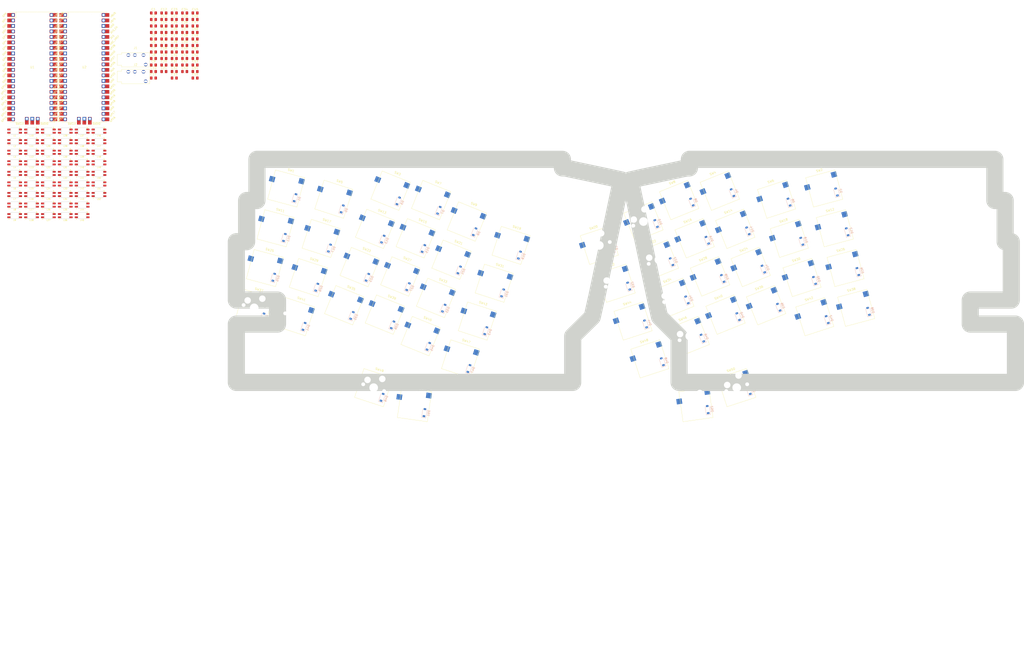
<source format=kicad_pcb>
(kicad_pcb (version 20240108) (generator "pcbnew") (generator_version "8.0")
  (layers (0 "F.Cu" signal) (31 "B.Cu" signal) (34 "B.Paste" user) (35 "F.Paste" user) (36 "B.SilkS" user "B.Silkscreen") (37 "F.SilkS" user "F.Silkscreen") (38 "B.Mask" user) (39 "F.Mask" user) (44 "Edge.Cuts" user))
  (net 0 "")
  (net 1 "L_RGB")
  (net 2 "Net-(L1-VDD)")
  (net 3 "Net-(L2-VDD)")
  (net 4 "L_RX")
  (net 5 "L_TX")
  (net 6 "R_RX")
  (net 7 "Net-(D8-A)")
  (net 8 "L_C0")
  (net 9 "Net-(D9-A)")
  (net 10 "L_C1")
  (net 11 "L_C2")
  (net 12 "Net-(D10-A)")
  (net 13 "Net-(D11-A)")
  (net 14 "L_C3")
  (net 15 "Net-(D12-A)")
  (net 16 "L_C4")
  (net 17 "L_C5")
  (net 18 "Net-(D13-A)")
  (net 19 "Net-(D14-A)")
  (net 20 "Net-(D1-A)")
  (net 21 "Net-(D2-A)")
  (net 22 "Net-(D3-A)")
  (net 23 "Net-(D4-A)")
  (net 24 "Net-(D5-A)")
  (net 25 "Net-(D6-A)")
  (net 26 "Net-(D7-A)")
  (net 27 "Net-(D15-A)")
  (net 28 "Net-(D16-A)")
  (net 29 "Net-(D17-A)")
  (net 30 "Net-(D18-A)")
  (net 31 "Net-(D19-A)")
  (net 32 "Net-(D20-A)")
  (net 33 "Net-(D21-A)")
  (net 34 "R_C7")
  (net 35 "Net-(D48-A)")
  (net 36 "Net-(D24-A)")
  (net 37 "R_C6")
  (net 38 "Net-(D26-A)")
  (net 39 "Net-(D28-A)")
  (net 40 "R_C8")
  (net 41 "R_C9")
  (net 42 "R_C10")
  (net 43 "R_C11")
  (net 44 "R_C12")
  (net 45 "L_R2")
  (net 46 "L_R0")
  (net 47 "L_R1")
  (net 48 "L_R3")
  (net 49 "L_R4")
  (net 50 "R_R1")
  (net 51 "R_R2")
  (net 52 "R_R0")
  (net 53 "R_R4")
  (net 54 "R_RGB")
  (net 55 "R_R3")
  (net 56 "Net-(L3-VDD)")
  (net 57 "Net-(L4-VDD)")
  (net 58 "Net-(L5-VDD)")
  (net 59 "Net-(L6-VDD)")
  (net 60 "Net-(L7-VDD)")
  (net 61 "Net-(L8-VDD)")
  (net 62 "Net-(L9-VDD)")
  (net 63 "Net-(L10-VDD)")
  (net 64 "Net-(L11-VDD)")
  (net 65 "Net-(L12-VDD)")
  (net 66 "Net-(L13-VDD)")
  (net 67 "Net-(L14-VDD)")
  (net 68 "Net-(L15-VDD)")
  (net 69 "Net-(L16-VDD)")
  (net 70 "Net-(L17-VDD)")
  (net 71 "Net-(L18-VDD)")
  (net 72 "Net-(L19-VDD)")
  (net 73 "Net-(L20-VDD)")
  (net 74 "Net-(D22-A)")
  (net 75 "Net-(L21-VDD)")
  (net 76 "Net-(D23-A)")
  (net 77 "Net-(L22-VDD)")
  (net 78 "Net-(L23-VDD)")
  (net 79 "Net-(L24-VDD)")
  (net 80 "Net-(L26-VDD)")
  (net 81 "Net-(L25-VDD)")
  (net 82 "Net-(L27-VDD)")
  (net 83 "Net-(D29-A)")
  (net 84 "Net-(L29-VDD)")
  (net 85 "Net-(D30-A)")
  (net 86 "Net-(L28-VDD)")
  (net 87 "Net-(L30-VDD)")
  (net 88 "Net-(L31-VDD)")
  (net 89 "Net-(L32-VDD)")
  (net 90 "Net-(L33-VDD)")
  (net 91 "Net-(L34-VDD)")
  (net 92 "Net-(L35-VDD)")
  (net 93 "Net-(L36-VDD)")
  (net 94 "Net-(L37-VDD)")
  (net 95 "Net-(L38-VDD)")
  (net 96 "Net-(L39-VDD)")
  (net 97 "Net-(L41-VDD)")
  (net 98 "Net-(L40-VDD)")
  (net 99 "Net-(L42-VDD)")
  (net 100 "Net-(L43-VDD)")
  (net 101 "Net-(L44-VDD)")
  (net 102 "Net-(L45-VDD)")
  (net 103 "Net-(L47-VDD)")
  (net 104 "Net-(L46-VDD)")
  (net 105 "Net-(L48-VDD)")
  (net 106 "Net-(L49-VDD)")
  (net 107 "Net-(L50-VDD)")
  (net 108 "Net-(L51-VDD)")
  (net 109 "Net-(D25-A)")
  (net 110 "Net-(L52-VDD)")
  (net 112 "GND")
  (net 113 "L_VBUS")
  (net 114 "R_VBUS")
  (net 115 "Net-(D31-A)")
  (net 116 "Net-(D32-A)")
  (net 117 "Net-(D33-A)")
  (net 118 "Net-(D34-A)")
  (net 119 "Net-(D35-A)")
  (net 120 "Net-(D36-A)")
  (net 121 "Net-(D38-A)")
  (net 122 "Net-(D39-A)")
  (net 123 "Net-(D40-A)")
  (net 124 "Net-(D41-A)")
  (net 125 "Net-(D42-A)")
  (net 126 "Net-(D44-A)")
  (net 127 "Net-(D45-A)")
  (net 128 "Net-(D46-A)")
  (net 129 "Net-(D47-A)")
  (net 130 "Net-(D49-A)")
  (net 131 "Net-(D51-A)")
  (net 132 "Net-(D52-A)")
  (net 133 "Net-(L27-DOUT)")
  (net 135 "Net-(L18-DOUT)")
  (net 136 "Net-(L19-DIN)")
  (net 137 "Net-(D37-A)")
  (net 138 "Net-(D27-A)")
  (net 139 "Net-(D43-A)")
  (net 140 "Net-(D50-A)")
  (net 141 "Net-(L1-DOUT)")
  (net 142 "Net-(L2-DOUT)")
  (net 143 "Net-(L3-DOUT)")
  (net 144 "Net-(L4-DOUT)")
  (net 145 "Net-(L5-DOUT)")
  (net 146 "Net-(L6-DOUT)")
  (net 147 "Net-(L7-DOUT)")
  (net 148 "Net-(L8-DOUT)")
  (net 149 "Net-(L10-DIN)")
  (net 150 "Net-(L10-DOUT)")
  (net 151 "Net-(L11-DOUT)")
  (net 152 "Net-(L12-DOUT)")
  (net 153 "Net-(L13-DOUT)")
  (net 154 "Net-(L14-DOUT)")
  (net 155 "Net-(L15-DOUT)")
  (net 156 "Net-(L16-DOUT)")
  (net 157 "Net-(L17-DOUT)")
  (net 158 "Net-(L19-DOUT)")
  (net 159 "Net-(L20-DOUT)")
  (net 160 "Net-(L21-DOUT)")
  (net 161 "Net-(L22-DOUT)")
  (net 162 "Net-(L23-DOUT)")
  (net 163 "Net-(L24-DOUT)")
  (net 164 "Net-(L25-DOUT)")
  (net 165 "Net-(L28-DOUT)")
  (net 166 "Net-(L29-DOUT)")
  (net 167 "Net-(L30-DOUT)")
  (net 168 "Net-(L31-DOUT)")
  (net 169 "Net-(L32-DOUT)")
  (net 170 "Net-(L33-DOUT)")
  (net 171 "Net-(L34-DOUT)")
  (net 172 "Net-(L35-DOUT)")
  (net 173 "Net-(L36-DOUT)")
  (net 174 "Net-(L37-DOUT)")
  (net 175 "Net-(L38-DOUT)")
  (net 176 "Net-(L39-DOUT)")
  (net 177 "Net-(L40-DOUT)")
  (net 178 "Net-(L41-DOUT)")
  (net 179 "Net-(L42-DOUT)")
  (net 180 "Net-(L43-DOUT)")
  (net 181 "Net-(L44-DOUT)")
  (net 182 "Net-(L45-DOUT)")
  (net 183 "Net-(L46-DOUT)")
  (net 184 "Net-(L47-DOUT)")
  (net 185 "Net-(L48-DOUT)")
  (net 186 "Net-(L49-DOUT)")
  (net 187 "Net-(L50-DOUT)")
  (net 188 "Net-(L51-DOUT)")
  (net 189 "L_GND")
  (net 250 "R_TX")
  (footprint "footprints:SK6812-MINI-E" (layer "F.Cu") (at -37.232 31.109)
    (property "Reference" "L41")
    (property "Value" "WS2812B" (hide yes))
    (fp_line (start -1.9 1.3) (end -1.9 -1.3) (stroke (width 0.12)) (layer "Edge.Cuts"))
    (fp_line (start -1.7 -1.5) (end 1.7 -1.5) (stroke (width 0.12)) (layer "Edge.Cuts"))
    (fp_line (start 1.7 1.5) (end -1.7 1.5) (stroke (width 0.12)) (layer "Edge.Cuts"))
    (fp_line (start 1.9 -1.3) (end 1.9 1.3) (stroke (width 0.12)) (layer "Edge.Cuts"))
    (fp_arc (start -1.9 -1.3) (mid -1.841421 -1.441421) (end -1.7 -1.5) (stroke (width 0.12)) (layer "Edge.Cuts"))
    (fp_arc (start -1.7 1.5) (mid -1.841421 1.441421) (end -1.9 1.3) (stroke (width 0.12)) (layer "Edge.Cuts"))
    (fp_arc (start 1.7 -1.5) (mid 1.841421 -1.441421) (end 1.9 -1.3) (stroke (width 0.12)) (layer "Edge.Cuts"))
    (fp_arc (start 1.9 1.3) (mid 1.841421 1.441421) (end 1.7 1.5) (stroke (width 0.12)) (layer "Edge.Cuts"))
  )
  (footprint "Capacitor_SMD:C_0805_2012Metric_Pad1.18x1.45mm_HandSolder" (layer "F.Cu") (at 0.583 -25.038)
    (property "Reference" "C18")
    (property "Value" "C 100uf")
  )
  (footprint "Capacitor_SMD:C_0805_2012Metric_Pad1.18x1.45mm_HandSolder" (layer "F.Cu") (at 10.203 -28.048)
    (property "Reference" "C39")
    (property "Value" "C 100uf")
  )
  (footprint "Capacitor_SMD:C_0805_2012Metric_Pad1.18x1.45mm_HandSolder" (layer "F.Cu") (at 15.013 -40.088)
    (property "Reference" "C46")
    (property "Value" "C 100uf")
  )
  (footprint "footprints:SK6812-MINI-E" (layer "F.Cu") (at -37.232 16.445)
    (property "Reference" "L38")
    (property "Value" "WS2812B" (hide yes))
    (fp_line (start -1.9 1.3) (end -1.9 -1.3) (stroke (width 0.12)) (layer "Edge.Cuts"))
    (fp_line (start -1.7 -1.5) (end 1.7 -1.5) (stroke (width 0.12)) (layer "Edge.Cuts"))
    (fp_line (start 1.7 1.5) (end -1.7 1.5) (stroke (width 0.12)) (layer "Edge.Cuts"))
    (fp_line (start 1.9 -1.3) (end 1.9 1.3) (stroke (width 0.12)) (layer "Edge.Cuts"))
    (fp_arc (start -1.9 -1.3) (mid -1.841421 -1.441421) (end -1.7 -1.5) (stroke (width 0.12)) (layer "Edge.Cuts"))
    (fp_arc (start -1.7 1.5) (mid -1.841421 1.441421) (end -1.9 1.3) (stroke (width 0.12)) (layer "Edge.Cuts"))
    (fp_arc (start 1.7 -1.5) (mid 1.841421 -1.441421) (end 1.9 -1.3) (stroke (width 0.12)) (layer "Edge.Cuts"))
    (fp_arc (start 1.9 1.3) (mid 1.841421 1.441421) (end 1.7 1.5) (stroke (width 0.12)) (layer "Edge.Cuts"))
  )
  (footprint "CherryMX_PCB_KailhSocket:CherryMX_1.00u_PCB_KailhSocket" (layer "F.Cu") (at 116.488254 138.061027 -8)
    (property "Reference" "SW51")
    (property "Value" "CherryMX")
  )
  (footprint "Capacitor_SMD:C_0805_2012Metric_Pad1.18x1.45mm_HandSolder" (layer "F.Cu") (at 10.203 -22.028)
    (property "Reference" "C41")
    (property "Value" "C 100uf")
  )
  (footprint "Capacitor_SMD:C_0805_2012Metric_Pad1.18x1.45mm_HandSolder" (layer "F.Cu") (at 5.393 -16.008)
    (property "Reference" "C32")
    (property "Value" "C 100uf")
  )
  (footprint "footprints:SK6812-MINI-E" (layer "F.Cu") (at -52.832 35.997)
    (property "Reference" "L24")
    (property "Value" "WS2812B" (hide yes))
    (fp_line (start -1.9 1.3) (end -1.9 -1.3) (stroke (width 0.12)) (layer "Edge.Cuts"))
    (fp_line (start -1.7 -1.5) (end 1.7 -1.5) (stroke (width 0.12)) (layer "Edge.Cuts"))
    (fp_line (start 1.7 1.5) (end -1.7 1.5) (stroke (width 0.12)) (layer "Edge.Cuts"))
    (fp_line (start 1.9 -1.3) (end 1.9 1.3) (stroke (width 0.12)) (layer "Edge.Cuts"))
    (fp_arc (start -1.9 -1.3) (mid -1.841421 -1.441421) (end -1.7 -1.5) (stroke (width 0.12)) (layer "Edge.Cuts"))
    (fp_arc (start -1.7 1.5) (mid -1.841421 1.441421) (end -1.9 1.3) (stroke (width 0.12)) (layer "Edge.Cuts"))
    (fp_arc (start 1.7 -1.5) (mid 1.841421 -1.441421) (end 1.9 -1.3) (stroke (width 0.12)) (layer "Edge.Cuts"))
    (fp_arc (start 1.9 1.3) (mid 1.841421 1.441421) (end 1.7 1.5) (stroke (width 0.12)) (layer "Edge.Cuts"))
  )
  (footprint "footprints:SK6812-MINI-E" (layer "F.Cu") (at -37.232 11.557)
    (property "Reference" "L37")
    (property "Value" "WS2812B" (hide yes))
    (fp_line (start -1.9 1.3) (end -1.9 -1.3) (stroke (width 0.12)) (layer "Edge.Cuts"))
    (fp_line (start -1.7 -1.5) (end 1.7 -1.5) (stroke (width 0.12)) (layer "Edge.Cuts"))
    (fp_line (start 1.7 1.5) (end -1.7 1.5) (stroke (width 0.12)) (layer "Edge.Cuts"))
    (fp_line (start 1.9 -1.3) (end 1.9 1.3) (stroke (width 0.12)) (layer "Edge.Cuts"))
    (fp_arc (start -1.9 -1.3) (mid -1.841421 -1.441421) (end -1.7 -1.5) (stroke (width 0.12)) (layer "Edge.Cuts"))
    (fp_arc (start -1.7 1.5) (mid -1.841421 1.441421) (end -1.9 1.3) (stroke (width 0.12)) (layer "Edge.Cuts"))
    (fp_arc (start 1.7 -1.5) (mid 1.841421 -1.441421) (end 1.9 -1.3) (stroke (width 0.12)) (layer "Edge.Cuts"))
    (fp_arc (start 1.9 1.3) (mid 1.841421 1.441421) (end 1.7 1.5) (stroke (width 0.12)) (layer "Edge.Cuts"))
  )
  (footprint "footprints:SK6812-MINI-E" (layer "F.Cu") (at -52.832 21.333)
    (property "Reference" "L21")
    (property "Value" "WS2812B" (hide yes))
    (fp_line (start -1.9 1.3) (end -1.9 -1.3) (stroke (width 0.12)) (layer "Edge.Cuts"))
    (fp_line (start -1.7 -1.5) (end 1.7 -1.5) (stroke (width 0.12)) (layer "Edge.Cuts"))
    (fp_line (start 1.7 1.5) (end -1.7 1.5) (stroke (width 0.12)) (layer "Edge.Cuts"))
    (fp_line (start 1.9 -1.3) (end 1.9 1.3) (stroke (width 0.12)) (layer "Edge.Cuts"))
    (fp_arc (start -1.9 -1.3) (mid -1.841421 -1.441421) (end -1.7 -1.5) (stroke (width 0.12)) (layer "Edge.Cuts"))
    (fp_arc (start -1.7 1.5) (mid -1.841421 1.441421) (end -1.9 1.3) (stroke (width 0.12)) (layer "Edge.Cuts"))
    (fp_arc (start 1.7 -1.5) (mid 1.841421 -1.441421) (end 1.9 -1.3) (stroke (width 0.12)) (layer "Edge.Cuts"))
    (fp_arc (start 1.9 1.3) (mid 1.841421 1.441421) (end 1.7 1.5) (stroke (width 0.12)) (layer "Edge.Cuts"))
  )
  (footprint "footprints:SK6812-MINI-E" (layer "F.Cu") (at -45.032 16.445)
    (property "Reference" "L29")
    (property "Value" "WS2812B" (hide yes))
    (fp_line (start -1.9 1.3) (end -1.9 -1.3) (stroke (width 0.12)) (layer "Edge.Cuts"))
    (fp_line (start -1.7 -1.5) (end 1.7 -1.5) (stroke (width 0.12)) (layer "Edge.Cuts"))
    (fp_line (start 1.7 1.5) (end -1.7 1.5) (stroke (width 0.12)) (layer "Edge.Cuts"))
    (fp_line (start 1.9 -1.3) (end 1.9 1.3) (stroke (width 0.12)) (layer "Edge.Cuts"))
    (fp_arc (start -1.9 -1.3) (mid -1.841421 -1.441421) (end -1.7 -1.5) (stroke (width 0.12)) (layer "Edge.Cuts"))
    (fp_arc (start -1.7 1.5) (mid -1.841421 1.441421) (end -1.9 1.3) (stroke (width 0.12)) (layer "Edge.Cuts"))
    (fp_arc (start 1.7 -1.5) (mid 1.841421 -1.441421) (end 1.9 -1.3) (stroke (width 0.12)) (layer "Edge.Cuts"))
    (fp_arc (start 1.9 1.3) (mid 1.841421 1.441421) (end 1.7 1.5) (stroke (width 0.12)) (layer "Edge.Cuts"))
  )
  (footprint "footprints:SK6812-MINI-E" (layer "F.Cu") (at -29.432 26.221)
    (property "Reference" "L49")
    (property "Value" "WS2812B" (hide yes))
    (fp_line (start -1.9 1.3) (end -1.9 -1.3) (stroke (width 0.12)) (layer "Edge.Cuts"))
    (fp_line (start -1.7 -1.5) (end 1.7 -1.5) (stroke (width 0.12)) (layer "Edge.Cuts"))
    (fp_line (start 1.7 1.5) (end -1.7 1.5) (stroke (width 0.12)) (layer "Edge.Cuts"))
    (fp_line (start 1.9 -1.3) (end 1.9 1.3) (stroke (width 0.12)) (layer "Edge.Cuts"))
    (fp_arc (start -1.9 -1.3) (mid -1.841421 -1.441421) (end -1.7 -1.5) (stroke (width 0.12)) (layer "Edge.Cuts"))
    (fp_arc (start -1.7 1.5) (mid -1.841421 1.441421) (end -1.9 1.3) (stroke (width 0.12)) (layer "Edge.Cuts"))
    (fp_arc (start 1.7 -1.5) (mid 1.841421 -1.441421) (end 1.9 -1.3) (stroke (width 0.12)) (layer "Edge.Cuts"))
    (fp_arc (start 1.9 1.3) (mid 1.841421 1.441421) (end 1.7 1.5) (stroke (width 0.12)) (layer "Edge.Cuts"))
  )
  (footprint "CherryMX_PCB_KailhSocket:CherryMX_1.00u_PCB_KailhSocket" (layer "F.Cu") (at 109.941283 78.781732 -22)
    (property "Reference" "SW27")
    (property "Value" "CherryMX")
  )
  (footprint "footprints:SK6812-MINI-E" (layer "F.Cu") (at -52.832 31.109)
    (property "Reference" "L23")
    (property "Value" "WS2812B" (hide yes))
    (fp_line (start -1.9 1.3) (end -1.9 -1.3) (stroke (width 0.12)) (layer "Edge.Cuts"))
    (fp_line (start -1.7 -1.5) (end 1.7 -1.5) (stroke (width 0.12)) (layer "Edge.Cuts"))
    (fp_line (start 1.7 1.5) (end -1.7 1.5) (stroke (width 0.12)) (layer "Edge.Cuts"))
    (fp_line (start 1.9 -1.3) (end 1.9 1.3) (stroke (width 0.12)) (layer "Edge.Cuts"))
    (fp_arc (start -1.9 -1.3) (mid -1.841421 -1.441421) (end -1.7 -1.5) (stroke (width 0.12)) (layer "Edge.Cuts"))
    (fp_arc (start -1.7 1.5) (mid -1.841421 1.441421) (end -1.9 1.3) (stroke (width 0.12)) (layer "Edge.Cuts"))
    (fp_arc (start 1.7 -1.5) (mid 1.841421 -1.441421) (end 1.9 -1.3) (stroke (width 0.12)) (layer "Edge.Cuts"))
    (fp_arc (start 1.9 1.3) (mid 1.841421 1.441421) (end 1.7 1.5) (stroke (width 0.12)) (layer "Edge.Cuts"))
  )
  (footprint "footprints:SK6812-MINI-E" (layer "F.Cu") (at -45.032 45.773)
    (property "Reference" "L35")
    (property "Value" "WS2812B" (hide yes))
    (fp_line (start -1.9 1.3) (end -1.9 -1.3) (stroke (width 0.12)) (layer "Edge.Cuts"))
    (fp_line (start -1.7 -1.5) (end 1.7 -1.5) (stroke (width 0.12)) (layer "Edge.Cuts"))
    (fp_line (start 1.7 1.5) (end -1.7 1.5) (stroke (width 0.12)) (layer "Edge.Cuts"))
    (fp_line (start 1.9 -1.3) (end 1.9 1.3) (stroke (width 0.12)) (layer "Edge.Cuts"))
    (fp_arc (start -1.9 -1.3) (mid -1.841421 -1.441421) (end -1.7 -1.5) (stroke (width 0.12)) (layer "Edge.Cuts"))
    (fp_arc (start -1.7 1.5) (mid -1.841421 1.441421) (end -1.9 1.3) (stroke (width 0.12)) (layer "Edge.Cuts"))
    (fp_arc (start 1.7 -1.5) (mid 1.841421 -1.441421) (end 1.9 -1.3) (stroke (width 0.12)) (layer "Edge.Cuts"))
    (fp_arc (start 1.9 1.3) (mid 1.841421 1.441421) (end 1.7 1.5) (stroke (width 0.12)) (layer "Edge.Cuts"))
  )
  (footprint "footprints:SK6812-MINI-E" (layer "F.Cu") (at -60.632 11.557)
    (property "Reference" "L10")
    (property "Value" "WS2812B" (hide yes))
    (fp_line (start -1.9 1.3) (end -1.9 -1.3) (stroke (width 0.12)) (layer "Edge.Cuts"))
    (fp_line (start -1.7 -1.5) (end 1.7 -1.5) (stroke (width 0.12)) (layer "Edge.Cuts"))
    (fp_line (start 1.7 1.5) (end -1.7 1.5) (stroke (width 0.12)) (layer "Edge.Cuts"))
    (fp_line (start 1.9 -1.3) (end 1.9 1.3) (stroke (width 0.12)) (layer "Edge.Cuts"))
    (fp_arc (start -1.9 -1.3) (mid -1.841421 -1.441421) (end -1.7 -1.5) (stroke (width 0.12)) (layer "Edge.Cuts"))
    (fp_arc (start -1.7 1.5) (mid -1.841421 1.441421) (end -1.9 1.3) (stroke (width 0.12)) (layer "Edge.Cuts"))
    (fp_arc (start 1.7 -1.5) (mid 1.841421 -1.441421) (end 1.9 -1.3) (stroke (width 0.12)) (layer "Edge.Cuts"))
    (fp_arc (start 1.9 1.3) (mid 1.841421 1.441421) (end 1.7 1.5) (stroke (width 0.12)) (layer "Edge.Cuts"))
  )
  (footprint "footprints:SK6812-MINI-E" (layer "F.Cu") (at -45.032 50.661)
    (property "Reference" "L36")
    (property "Value" "WS2812B" (hide yes))
    (fp_line (start -1.9 1.3) (end -1.9 -1.3) (stroke (width 0.12)) (layer "Edge.Cuts"))
    (fp_line (start -1.7 -1.5) (end 1.7 -1.5) (stroke (width 0.12)) (layer "Edge.Cuts"))
    (fp_line (start 1.7 1.5) (end -1.7 1.5) (stroke (width 0.12)) (layer "Edge.Cuts"))
    (fp_line (start 1.9 -1.3) (end 1.9 1.3) (stroke (width 0.12)) (layer "Edge.Cuts"))
    (fp_arc (start -1.9 -1.3) (mid -1.841421 -1.441421) (end -1.7 -1.5) (stroke (width 0.12)) (layer "Edge.Cuts"))
    (fp_arc (start -1.7 1.5) (mid -1.841421 1.441421) (end -1.9 1.3) (stroke (width 0.12)) (layer "Edge.Cuts"))
    (fp_arc (start 1.7 -1.5) (mid 1.841421 -1.441421) (end 1.9 -1.3) (stroke (width 0.12)) (layer "Edge.Cuts"))
    (fp_arc (start 1.9 1.3) (mid 1.841421 1.441421) (end 1.7 1.5) (stroke (width 0.12)) (layer "Edge.Cuts"))
  )
  (footprint "CherryMX_PCB_KailhSocket:CherryMX_1.00u_PCB_KailhSocket" (layer "F.Cu") (at 295.750926 79.296158 18)
    (property "Reference" "SW30")
    (property "Value" "CherryMX")
  )
  (footprint "footprints:SK6812-MINI-E" (layer "F.Cu") (at -60.632 16.445)
    (property "Reference" "L11")
    (property "Value" "WS2812B" (hide yes))
    (fp_line (start -1.9 1.3) (end -1.9 -1.3) (stroke (width 0.12)) (layer "Edge.Cuts"))
    (fp_line (start -1.7 -1.5) (end 1.7 -1.5) (stroke (width 0.12)) (layer "Edge.Cuts"))
    (fp_line (start 1.7 1.5) (end -1.7 1.5) (stroke (width 0.12)) (layer "Edge.Cuts"))
    (fp_line (start 1.9 -1.3) (end 1.9 1.3) (stroke (width 0.12)) (layer "Edge.Cuts"))
    (fp_arc (start -1.9 -1.3) (mid -1.841421 -1.441421) (end -1.7 -1.5) (stroke (width 0.12)) (layer "Edge.Cuts"))
    (fp_arc (start -1.7 1.5) (mid -1.841421 1.441421) (end -1.9 1.3) (stroke (width 0.12)) (layer "Edge.Cuts"))
    (fp_arc (start 1.7 -1.5) (mid 1.841421 -1.441421) (end 1.9 -1.3) (stroke (width 0.12)) (layer "Edge.Cuts"))
    (fp_arc (start 1.9 1.3) (mid 1.841421 1.441421) (end 1.7 1.5) (stroke (width 0.12)) (layer "Edge.Cuts"))
  )
  (footprint "footprints:SK6812-MINI-E" (layer "F.Cu") (at -60.632 35.997)
    (property "Reference" "L15")
    (property "Value" "WS2812B" (hide yes))
    (fp_line (start -1.9 1.3) (end -1.9 -1.3) (stroke (width 0.12)) (layer "Edge.Cuts"))
    (fp_line (start -1.7 -1.5) (end 1.7 -1.5) (stroke (width 0.12)) (layer "Edge.Cuts"))
    (fp_line (start 1.7 1.5) (end -1.7 1.5) (stroke (width 0.12)) (layer "Edge.Cuts"))
    (fp_line (start 1.9 -1.3) (end 1.9 1.3) (stroke (width 0.12)) (layer "Edge.Cuts"))
    (fp_arc (start -1.9 -1.3) (mid -1.841421 -1.441421) (end -1.7 -1.5) (stroke (width 0.12)) (layer "Edge.Cuts"))
    (fp_arc (start -1.7 1.5) (mid -1.841421 1.441421) (end -1.9 1.3) (stroke (width 0.12)) (layer "Edge.Cuts"))
    (fp_arc (start 1.7 -1.5) (mid 1.841421 -1.441421) (end 1.9 -1.3) (stroke (width 0.12)) (layer "Edge.Cuts"))
    (fp_arc (start 1.9 1.3) (mid 1.841421 1.441421) (end 1.7 1.5) (stroke (width 0.12)) (layer "Edge.Cuts"))
  )
  (footprint "CherryMX_PCB_KailhSocket:CherryMX_1.00u_PCB_KailhSocket" (layer "F.Cu") (at 320.80139 93.302671 15)
    (property "Reference" "SW38")
    (property "Value" "CherryMX")
  )
  (footprint "footprints:SK6812-MINI-E" (layer "F.Cu") (at -60.632 50.661)
    (property "Reference" "L18")
    (property "Value" "WS2812B" (hide yes))
    (fp_line (start -1.9 1.3) (end -1.9 -1.3) (stroke (width 0.12)) (layer "Edge.Cuts"))
    (fp_line (start -1.7 -1.5) (end 1.7 -1.5) (stroke (width 0.12)) (layer "Edge.Cuts"))
    (fp_line (start 1.7 1.5) (end -1.7 1.5) (stroke (width 0.12)) (layer "Edge.Cuts"))
    (fp_line (start 1.9 -1.3) (end 1.9 1.3) (stroke (width 0.12)) (layer "Edge.Cuts"))
    (fp_arc (start -1.9 -1.3) (mid -1.841421 -1.441421) (end -1.7 -1.5) (stroke (width 0.12)) (layer "Edge.Cuts"))
    (fp_arc (start -1.7 1.5) (mid -1.841421 1.441421) (end -1.9 1.3) (stroke (width 0.12)) (layer "Edge.Cuts"))
    (fp_arc (start 1.7 -1.5) (mid 1.841421 -1.441421) (end 1.9 -1.3) (stroke (width 0.12)) (layer "Edge.Cuts"))
    (fp_arc (start 1.9 1.3) (mid 1.841421 1.441421) (end 1.7 1.5) (stroke (width 0.12)) (layer "Edge.Cuts"))
  )
  (footprint "footprints:SK6812-MINI-E" (layer "F.Cu") (at -60.632 26.221)
    (property "Reference" "L13")
    (property "Value" "WS2812B" (hide yes))
    (fp_line (start -1.9 1.3) (end -1.9 -1.3) (stroke (width 0.12)) (layer "Edge.Cuts"))
    (fp_line (start -1.7 -1.5) (end 1.7 -1.5) (stroke (width 0.12)) (layer "Edge.Cuts"))
    (fp_line (start 1.7 1.5) (end -1.7 1.5) (stroke (width 0.12)) (layer "Edge.Cuts"))
    (fp_line (start 1.9 -1.3) (end 1.9 1.3) (stroke (width 0.12)) (layer "Edge.Cuts"))
    (fp_arc (start -1.9 -1.3) (mid -1.841421 -1.441421) (end -1.7 -1.5) (stroke (width 0.12)) (layer "Edge.Cuts"))
    (fp_arc (start -1.7 1.5) (mid -1.841421 1.441421) (end -1.9 1.3) (stroke (width 0.12)) (layer "Edge.Cuts"))
    (fp_arc (start 1.7 -1.5) (mid 1.841421 -1.441421) (end 1.9 -1.3) (stroke (width 0.12)) (layer "Edge.Cuts"))
    (fp_arc (start 1.9 1.3) (mid 1.841421 1.441421) (end 1.7 1.5) (stroke (width 0.12)) (layer "Edge.Cuts"))
  )
  (footprint "Capacitor_SMD:C_0805_2012Metric_Pad1.18x1.45mm_HandSolder" (layer "F.Cu") (at 0.583 -19.018)
    (property "Reference" "C20")
    (property "Value" "C 100uf")
  )
  (footprint "Capacitor_SMD:C_0805_2012Metric_Pad1.18x1.45mm_HandSolder" (layer "F.Cu") (at 5.393 -40.088)
    (property "Reference" "C24")
    (property "Value" "C 100uf")
  )
  (footprint "footprints:SK6812-MINI-E" (layer "F.Cu") (at -68.432 16.445)
    (property "Reference" "L2")
    (property "Value" "WS2812B" (hide yes))
    (fp_line (start -1.9 1.3) (end -1.9 -1.3) (stroke (width 0.12)) (layer "Edge.Cuts"))
    (fp_line (start -1.7 -1.5) (end 1.7 -1.5) (stroke (width 0.12)) (layer "Edge.Cuts"))
    (fp_line (start 1.7 1.5) (end -1.7 1.5) (stroke (width 0.12)) (layer "Edge.Cuts"))
    (fp_line (start 1.9 -1.3) (end 1.9 1.3) (stroke (width 0.12)) (layer "Edge.Cuts"))
    (fp_arc (start -1.9 -1.3) (mid -1.841421 -1.441421) (end -1.7 -1.5) (stroke (width 0.12)) (layer "Edge.Cuts"))
    (fp_arc (start -1.7 1.5) (mid -1.841421 1.441421) (end -1.9 1.3) (stroke (width 0.12)) (layer "Edge.Cuts"))
    (fp_arc (start 1.7 -1.5) (mid 1.841421 -1.441421) (end 1.9 -1.3) (stroke (width 0.12)) (layer "Edge.Cuts"))
    (fp_arc (start 1.9 1.3) (mid 1.841421 1.441421) (end 1.7 1.5) (stroke (width 0.12)) (layer "Edge.Cuts"))
  )
  (footprint "footprints:PJ-320A" (layer "F.Cu") (at -20.99 -23.62)
    (property "Reference" "J1")
    (property "Value" "L_TRRS")
  )
  (footprint "footprints:SK6812-MINI-E" (layer "F.Cu") (at -29.432 40.885)
    (property "Reference" "L52")
    (property "Value" "WS2812B" (hide yes))
    (fp_line (start -1.9 1.3) (end -1.9 -1.3) (stroke (width 0.12)) (layer "Edge.Cuts"))
    (fp_line (start -1.7 -1.5) (end 1.7 -1.5) (stroke (width 0.12)) (layer "Edge.Cuts"))
    (fp_line (start 1.7 1.5) (end -1.7 1.5) (stroke (width 0.12)) (layer "Edge.Cuts"))
    (fp_line (start 1.9 -1.3) (end 1.9 1.3) (stroke (width 0.12)) (layer "Edge.Cuts"))
    (fp_arc (start -1.9 -1.3) (mid -1.841421 -1.441421) (end -1.7 -1.5) (stroke (width 0.12)) (layer "Edge.Cuts"))
    (fp_arc (start -1.7 1.5) (mid -1.841421 1.441421) (end -1.9 1.3) (stroke (width 0.12)) (layer "Edge.Cuts"))
    (fp_arc (start 1.7 -1.5) (mid 1.841421 -1.441421) (end 1.9 -1.3) (stroke (width 0.12)) (layer "Edge.Cuts"))
    (fp_arc (start 1.9 1.3) (mid 1.841421 1.441421) (end 1.7 1.5) (stroke (width 0.12)) (layer "Edge.Cuts"))
  )
  (footprint "footprints:SK6812-MINI-E" (layer "F.Cu") (at -68.432 50.661)
    (property "Reference" "L9")
    (property "Value" "WS2812B" (hide yes))
    (fp_line (start -1.9 1.3) (end -1.9 -1.3) (stroke (width 0.12)) (layer "Edge.Cuts"))
    (fp_line (start -1.7 -1.5) (end 1.7 -1.5) (stroke (width 0.12)) (layer "Edge.Cuts"))
    (fp_line (start 1.7 1.5) (end -1.7 1.5) (stroke (width 0.12)) (layer "Edge.Cuts"))
    (fp_line (start 1.9 -1.3) (end 1.9 1.3) (stroke (width 0.12)) (layer "Edge.Cuts"))
    (fp_arc (start -1.9 -1.3) (mid -1.841421 -1.441421) (end -1.7 -1.5) (stroke (width 0.12)) (layer "Edge.Cuts"))
    (fp_arc (start -1.7 1.5) (mid -1.841421 1.441421) (end -1.9 1.3) (stroke (width 0.12)) (layer "Edge.Cuts"))
    (fp_arc (start 1.7 -1.5) (mid 1.841421 -1.441421) (end 1.9 -1.3) (stroke (width 0.12)) (layer "Edge.Cuts"))
    (fp_arc (start 1.9 1.3) (mid 1.841421 1.441421) (end 1.7 1.5) (stroke (width 0.12)) (layer "Edge.Cuts"))
  )
  (footprint "Capacitor_SMD:C_0805_2012Metric_Pad1.18x1.45mm_HandSolder" (layer "F.Cu") (at 15.013 -22.028)
    (property "Reference" "C52")
    (property "Value" "C 100uf")
  )
  (footprint "CherryMX_PCB_KailhSocket:CherryMX_1.00u_PCB_KailhSocket" (layer "F.Cu") (at 117.077528 61.118877 -22)
    (property "Reference" "SW15")
    (property "Value" "CherryMX")
  )
  (footprint "footprints:PJ-320A" (layer "F.Cu") (at -20.99 -15.9)
    (property "Reference" "J2")
    (property "Value" "L_TRRS")
  )
  (footprint "CherryMX_PCB_KailhSocket:CherryMX_1.00u_PCB_KailhSocket" (layer "F.Cu") (at 140.749877 53.381148 -22)
    (property "Reference" "SW9")
    (property "Value" "CherryMX")
  )
  (footprint "Capacitor_SMD:C_0805_2012Metric_Pad1.18x1.45mm_HandSolder" (layer "F.Cu") (at 5.393 -12.998)
    (property "Reference" "C33")
    (property "Value" "C 100uf")
  )
  (footprint "CherryMX_PCB_KailhSocket:CherryMX_1.00u_PCB_KailhSocket" (layer "F.Cu") (at 145.578195 99.41654 -18)
    (property "Reference" "SW43")
    (property "Value" "CherryMX")
  )
  (footprint "Capacitor_SMD:C_0805_2012Metric_Pad1.18x1.45mm_HandSolder" (layer "F.Cu") (at 5.393 -19.018)
    (property "Reference" "C31")
    (property "Value" "C 100uf")
  )
  (footprint "Capacitor_SMD:C_0805_2012Metric_Pad1.18x1.45mm_HandSolder" (layer "F.Cu") (at -4.227 -16.008)
    (property "Reference" "C10")
    (property "Value" "C 100uf")
  )
  (footprint "CherryMX_PCB_KailhSocket:CherryMX_1.00u_PCB_KailhSocket" (layer "F.Cu") (at 238.946093 43.456022 22)
    (property "Reference" "SW8")
    (property "Value" "CherryMX")
  )
  (footprint "Capacitor_SMD:C_0805_2012Metric_Pad1.18x1.45mm_HandSolder" (layer "F.Cu") (at 0.583 -40.088)
    (property "Reference" "C13")
    (property "Value" "C 100uf")
  )
  (footprint "CherryMX_PCB_KailhSocket:CherryMX_1.00u_PCB_KailhSocket" (layer "F.Cu") (at 253.2186 78.781732 22)
    (property "Reference" "SW28")
    (property "Value" "CherryMX")
  )
  (footprint "footprints:SK6812-MINI-E" (layer "F.Cu") (at -37.232 40.885)
    (property "Reference" "L43")
    (property "Value" "WS2812B" (hide yes))
    (fp_line (start -1.9 1.3) (end -1.9 -1.3) (stroke (width 0.12)) (layer "Edge.Cuts"))
    (fp_line (start -1.7 -1.5) (end 1.7 -1.5) (stroke (width 0.12)) (layer "Edge.Cuts"))
    (fp_line (start 1.7 1.5) (end -1.7 1.5) (stroke (width 0.12)) (layer "Edge.Cuts"))
    (fp_line (start 1.9 -1.3) (end 1.9 1.3) (stroke (width 0.12)) (layer "Edge.Cuts"))
    (fp_arc (start -1.9 -1.3) (mid -1.841421 -1.441421) (end -1.7 -1.5) (stroke (width 0.12)) (layer "Edge.Cuts"))
    (fp_arc (start -1.7 1.5) (mid -1.841421 1.441421) (end -1.9 1.3) (stroke (width 0.12)) (layer "Edge.Cuts"))
    (fp_arc (start 1.7 -1.5) (mid 1.841421 -1.441421) (end 1.9 -1.3) (stroke (width 0.12)) (layer "Edge.Cuts"))
    (fp_arc (start 1.9 1.3) (mid 1.841421 1.441421) (end 1.7 1.5) (stroke (width 0.12)) (layer "Edge.Cuts"))
  )
  (footprint "Capacitor_SMD:C_0805_2012Metric_Pad1.18x1.45mm_HandSolder" (layer "F.Cu") (at 10.203 -16.008)
    (property "Reference" "C43")
    (property "Value" "C 100uf")
  )
  (footprint "footprints:SK6812-MINI-E" (layer "F.Cu") (at -52.832 11.557)
    (property "Reference" "L19")
    (property "Value" "WS2812B" (hide yes))
    (fp_line (start -1.9 1.3) (end -1.9 -1.3) (stroke (width 0.12)) (layer "Edge.Cuts"))
    (fp_line (start -1.7 -1.5) (end 1.7 -1.5) (stroke (width 0.12)) (layer "Edge.Cuts"))
    (fp_line (start 1.7 1.5) (end -1.7 1.5) (stroke (width 0.12)) (layer "Edge.Cuts"))
    (fp_line (start 1.9 -1.3) (end 1.9 1.3) (stroke (width 0.12)) (layer "Edge.Cuts"))
    (fp_arc (start -1.9 -1.3) (mid -1.841421 -1.441421) (end -1.7 -1.5) (stroke (width 0.12)) (layer "Edge.Cuts"))
    (fp_arc (start -1.7 1.5) (mid -1.841421 1.441421) (end -1.9 1.3) (stroke (width 0.12)) (layer "Edge.Cuts"))
    (fp_arc (start 1.7 -1.5) (mid 1.841421 -1.441421) (end 1.9 -1.3) (stroke (width 0.12)) (layer "Edge.Cuts"))
    (fp_arc (start 1.9 1.3) (mid 1.841421 1.441421) (end 1.7 1.5) (stroke (width 0.12)) (layer "Edge.Cuts"))
  )
  (footprint "CherryMX_PCB_KailhSocket:CherryMX_1.00u_PCB_KailhSocket" (layer "F.Cu") (at 222.410026 53.381148 22)
    (property "Reference" "SW10")
    (property "Value" "CherryMX")
  )
  (footprint "CherryMX_PCB_KailhSocket:CherryMX_1.00u_PCB_KailhSocket" (layer "F.Cu") (at 260.354864 96.444587 22)
    (property "Reference" "SW40")
    (property "Value" "CherryMX")
  )
  (footprint "Capacitor_SMD:C_0805_2012Metric_Pad1.18x1.45mm_HandSolder" (layer "F.Cu") (at -4.227 -25.038)
    (property "Reference" "C7")
    (property "Value" "C 100uf")
  )
  (footprint "Capacitor_SMD:C_0805_2012Metric_Pad1.18x1.45mm_HandSolder" (layer "F.Cu") (at -4.227 -28.048)
    (property "Reference" "C6")
    (property "Value" "C 100uf")
  )
  (footprint "CherryMX_PCB_KailhSocket:CherryMX_1.00u_PCB_KailhSocket" (layer "F.Cu") (at 229.54627 71.044003 22)
    (property "Reference" "SW22")
    (property "Value" "CherryMX")
  )
  (footprint "CherryMX_PCB_KailhSocket:CherryMX_1.00u_PCB_KailhSocket" (layer "F.Cu") (at 126.47735 88.706858 -22)
    (property "Reference" "SW33")
    (property "Value" "CherryMX")
  )
  (footprint "CherryMX_PCB_KailhSocket:CherryMX_1.00u_PCB_KailhSocket" (layer "F.Cu") (at 217.581708 99.41654 18)
    (property "Reference" "SW44")
    (property "Value" "CherryMX")
  )
  (footprint "footprints:SK6812-MINI-E" (layer "F.Cu") (at -68.432 45.773)
    (property "Reference" "L8")
    (property "Value" "WS2812B" (hide yes))
    (fp_line (start -1.9 1.3) (end -1.9 -1.3) (stroke (width 0.12)) (layer "Edge.Cuts"))
    (fp_line (start -1.7 -1.5) (end 1.7 -1.5) (stroke (width 0.12)) (layer "Edge.Cuts"))
    (fp_line (start 1.7 1.5) (end -1.7 1.5) (stroke (width 0.12)) (layer "Edge.Cuts"))
    (fp_line (start 1.9 -1.3) (end 1.9 1.3) (stroke (width 0.12)) (layer "Edge.Cuts"))
    (fp_arc (start -1.9 -1.3) (mid -1.841421 -1.441421) (end -1.7 -1.5) (stroke (width 0.12)) (layer "Edge.Cuts"))
    (fp_arc (start -1.7 1.5) (mid -1.841421 1.441421) (end -1.9 1.3) (stroke (width 0.12)) (layer "Edge.Cuts"))
    (fp_arc (start 1.7 -1.5) (mid 1.841421 -1.441421) (end 1.9 -1.3) (stroke (width 0.12)) (layer "Edge.Cuts"))
    (fp_arc (start 1.9 1.3) (mid 1.841421 1.441421) (end 1.7 1.5) (stroke (width 0.12)) (layer "Edge.Cuts"))
  )
  (footprint "Capacitor_SMD:C_0805_2012Metric_Pad1.18x1.45mm_HandSolder" (layer "F.Cu") (at 15.013 -12.998)
    (property "Reference" "C55")
    (property "Value" "C 100uf")
  )
  (footprint "CherryMX_PCB_KailhSocket:CherryMX_1.00u_PCB_KailhSocket" (layer "F.Cu") (at 301.6377 97.413775 18)
    (property "Reference" "SW42")
    (property "Value" "CherryMX")
  )
  (footprint "footprints:SK6812-MINI-E" (layer "F.Cu") (at -68.432 11.557)
    (property "Reference" "L1")
    (property "Value" "WS2812B" (hide yes))
    (fp_line (start -1.9 1.3) (end -1.9 -1.3) (stroke (width 0.12)) (layer "Edge.Cuts"))
    (fp_line (start -1.7 -1.5) (end 1.7 -1.5) (stroke (width 0.12)) (layer "Edge.Cuts"))
    (fp_line (start 1.7 1.5) (end -1.7 1.5) (stroke (width 0.12)) (layer "Edge.Cuts"))
    (fp_line (start 1.9 -1.3) (end 1.9 1.3) (stroke (width 0.12)) (layer "Edge.Cuts"))
    (fp_arc (start -1.9 -1.3) (mid -1.841421 -1.441421) (end -1.7 -1.5) (stroke (width 0.12)) (layer "Edge.Cuts"))
    (fp_arc (start -1.7 1.5) (mid -1.841421 1.441421) (end -1.9 1.3) (stroke (width 0.12)) (layer "Edge.Cuts"))
    (fp_arc (start 1.7 -1.5) (mid 1.841421 -1.441421) (end 1.9 -1.3) (stroke (width 0.12)) (layer "Edge.Cuts"))
    (fp_arc (start 1.9 1.3) (mid 1.841421 1.441421) (end 1.7 1.5) (stroke (width 0.12)) (layer "Edge.Cuts"))
  )
  (footprint "Capacitor_SMD:C_0805_2012Metric_Pad1.18x1.45mm_HandSolder" (layer "F.Cu") (at 0.583 -34.068)
    (property "Reference" "C15")
    (property "Value" "C 100uf")
  )
  (footprint "CherryMX_PCB_KailhSocket:CherryMX_1.00u_PCB_KailhSocket" (layer "F.Cu") (at 289.864152 61.178522 18)
    (property "Reference" "SW18")
    (property "Value" "CherryMX")
  )
  (footprint "Capacitor_SMD:C_0805_2012Metric_Pad1.18x1.45mm_HandSolder" (layer "F.Cu") (at 5.393 -34.068)
    (property "Reference" "C26")
    (property "Value" "C 100uf")
  )
  (footprint "footprints:SK6812-MINI-E" (layer "F.Cu") (at -45.032 40.885)
    (property "Reference" "L34")
    (property "Value" "WS2812B" (hide yes))
    (fp_line (start -1.9 1.3) (end -1.9 -1.3) (stroke (width 0.12)) (layer "Edge.Cuts"))
    (fp_line (start -1.7 -1.5) (end 1.7 -1.5) (stroke (width 0.12)) (layer "Edge.Cuts"))
    (fp_line (start 1.7 1.5) (end -1.7 1.5) (stroke (width 0.12)) (layer "Edge.Cuts"))
    (fp_line (start 1.9 -1.3) (end 1.9 1.3) (stroke (width 0.12)) (layer "Edge.Cuts"))
    (fp_arc (start -1.9 -1.3) (mid -1.841421 -1.441421) (end -1.7 -1.5) (stroke (width 0.12)) (layer "Edge.Cuts"))
    (fp_arc (start -1.7 1.5) (mid -1.841421 1.441421) (end -1.9 1.3) (stroke (width 0.12)) (layer "Edge.Cuts"))
    (fp_arc (start 1.7 -1.5) (mid 1.841421 -1.441421) (end 1.9 -1.3) (stroke (width 0.12)) (layer "Edge.Cuts"))
    (fp_arc (start 1.9 1.3) (mid 1.841421 1.441421) (end 1.7 1.5) (stroke (width 0.12)) (layer "Edge.Cuts"))
  )
  (footprint "Capacitor_SMD:C_0805_2012Metric_Pad1.18x1.45mm_HandSolder" (layer "F.Cu") (at 5.393 -37.078)
    (property "Reference" "C25")
    (property "Value" "C 100uf")
  )
  (footprint "Capacitor_SMD:C_0805_2012Metric_Pad1.18x1.45mm_HandSolder" (layer "F.Cu") (at 5.393 -43.098)
    (property "Reference" "C23")
    (property "Value" "C 100uf")
  )
  (footprint "Capacitor_SMD:C_0805_2012Metric_Pad1.18x1.45mm_HandSolder" (layer "F.Cu") (at 15.013 -31.058)
    (property "Reference" "C49")
    (property "Value" "C 100uf")
  )
  (footprint "footprints:SK6812-MINI-E" (layer "F.Cu") (at -29.432 16.445)
    (property "Reference" "L47")
    (property "Value" "WS2812B" (hide yes))
    (fp_line (start -1.9 1.3) (end -1.9 -1.3) (stroke (width 0.12)) (layer "Edge.Cuts"))
    (fp_line (start -1.7 -1.5) (end 1.7 -1.5) (stroke (width 0.12)) (layer "Edge.Cuts"))
    (fp_line (start 1.7 1.5) (end -1.7 1.5) (stroke (width 0.12)) (layer "Edge.Cuts"))
    (fp_line (start 1.9 -1.3) (end 1.9 1.3) (stroke (width 0.12)) (layer "Edge.Cuts"))
    (fp_arc (start -1.9 -1.3) (mid -1.841421 -1.441421) (end -1.7 -1.5) (stroke (width 0.12)) (layer "Edge.Cuts"))
    (fp_arc (start -1.7 1.5) (mid -1.841421 1.441421) (end -1.9 1.3) (stroke (width 0.12)) (layer "Edge.Cuts"))
    (fp_arc (start 1.7 -1.5) (mid 1.841421 -1.441421) (end 1.9 -1.3) (stroke (width 0.12)) (layer "Edge.Cuts"))
    (fp_arc (start 1.9 1.3) (mid 1.841421 1.441421) (end 1.7 1.5) (stroke (width 0.12)) (layer "Edge.Cuts"))
  )
  (footprint "footprints:SK6812-MINI-E" (layer "F.Cu") (at -29.432 21.333)
    (property "Reference" "L48")
    (property "Value" "WS2812B" (hide yes))
    (fp_line (start -1.9 1.3) (end -1.9 -1.3) (stroke (width 0.12)) (layer "Edge.Cuts"))
    (fp_line (start -1.7 -1.5) (end 1.7 -1.5) (stroke (width 0.12)) (layer "Edge.Cuts"))
    (fp_line (start 1.7 1.5) (end -1.7 1.5) (stroke (width 0.12)) (layer "Edge.Cuts"))
    (fp_line (start 1.9 -1.3) (end 1.9 1.3) (stroke (width 0.12)) (layer "Edge.Cuts"))
    (fp_arc (start -1.9 -1.3) (mid -1.841421 -1.441421) (end -1.7 -1.5) (stroke (width 0.12)) (layer "Edge.Cuts"))
    (fp_arc (start -1.7 1.5) (mid -1.841421 1.441421) (end -1.9 1.3) (stroke (width 0.12)) (layer "Edge.Cuts"))
    (fp_arc (start 1.7 -1.5) (mid 1.841421 -1.441421) (end 1.9 -1.3) (stroke (width 0.12)) (layer "Edge.Cuts"))
    (fp_arc (start 1.9 1.3) (mid 1.841421 1.441421) (end 1.7 1.5) (stroke (width 0.12)) (layer "Edge.Cuts"))
  )
  (footprint "footprints:SK6812-MINI-E" (layer "F.Cu") (at -37.232 35.997)
    (property "Reference" "L42")
    (property "Value" "WS2812B" (hide yes))
    (fp_line (start -1.9 1.3) (end -1.9 -1.3) (stroke (width 0.12)) (layer "Edge.Cuts"))
    (fp_line (start -1.7 -1.5) (end 1.7 -1.5) (stroke (width 0.12)) (layer "Edge.Cuts"))
    (fp_line (start 1.7 1.5) (end -1.7 1.5) (stroke (width 0.12)) (layer "Edge.Cuts"))
    (fp_line (start 1.9 -1.3) (end 1.9 1.3) (stroke (width 0.12)) (layer "Edge.Cuts"))
    (fp_arc (start -1.9 -1.3) (mid -1.841421 -1.441421) (end -1.7 -1.5) (stroke (width 0.12)) (layer "Edge.Cuts"))
    (fp_arc (start -1.7 1.5) (mid -1.841421 1.441421) (end -1.9 1.3) (stroke (width 0.12)) (layer "Edge.Cuts"))
    (fp_arc (start 1.7 -1.5) (mid 1.841421 -1.441421) (end 1.9 -1.3) (stroke (width 0.12)) (layer "Edge.Cuts"))
    (fp_arc (start 1.9 1.3) (mid 1.841421 1.441421) (end 1.7 1.5) (stroke (width 0.12)) (layer "Edge.Cuts"))
  )
  (footprint "CherryMX_PCB_KailhSocket:CherryMX_1.00u_PCB_KailhSocket" (layer "F.Cu") (at 102.80502 96.444587 -22)
    (property "Reference" "SW39")
    (property "Value" "CherryMX")
  )
  (footprint "Capacitor_SMD:C_0805_2012Metric_Pad1.18x1.45mm_HandSolder" (layer "F.Cu") (at 0.583 -43.098)
    (property "Reference" "C12")
    (property "Value" "C 100uf")
  )
  (footprint "footprints:SK6812-MINI-E" (layer "F.Cu") (at -60.632 45.773)
    (property "Reference" "L17")
    (property "Value" "WS2812B" (hide yes))
    (fp_line (start -1.9 1.3) (end -1.9 -1.3) (stroke (width 0.12)) (layer "Edge.Cuts"))
    (fp_line (start -1.7 -1.5) (end 1.7 -1.5) (stroke (width 0.12)) (layer "Edge.Cuts"))
    (fp_line (start 1.7 1.5) (end -1.7 1.5) (stroke (width 0.12)) (layer "Edge.Cuts"))
    (fp_line (start 1.9 -1.3) (end 1.9 1.3) (stroke (width 0.12)) (layer "Edge.Cuts"))
    (fp_arc (start -1.9 -1.3) (mid -1.841421 -1.441421) (end -1.7 -1.5) (stroke (width 0.12)) (layer "Edge.Cuts"))
    (fp_arc (start -1.7 1.5) (mid -1.841421 1.441421) (end -1.9 1.3) (stroke (width 0.12)) (layer "Edge.Cuts"))
    (fp_arc (start 1.7 -1.5) (mid 1.841421 -1.441421) (end 1.9 -1.3) (stroke (width 0.12)) (layer "Edge.Cuts"))
    (fp_arc (start 1.9 1.3) (mid 1.841421 1.441421) (end 1.7 1.5) (stroke (width 0.12)) (layer "Edge.Cuts"))
  )
  (footprint "CherryMX_PCB_KailhSocket:CherryMX_1.00u_PCB_KailhSocket" (layer "F.Cu") (at 225.375597 116.914498 18)
    (property "Reference" "SW48")
    (property "Value" "CherryMX")
  )
  (footprint "footprints:SK6812-MINI-E" (layer "F.Cu") (at -29.432 11.557)
    (property "Reference" "L46")
    (property "Value" "WS2812B" (hide yes))
    (fp_line (start -1.9 1.3) (end -1.9 -1.3) (stroke (width 0.12)) (layer "Edge.Cuts"))
    (fp_line (start -1.7 -1.5) (end 1.7 -1.5) (stroke (width 0.12)) (layer "Edge.Cuts"))
    (fp_line (start 1.7 1.5) (end -1.7 1.5) (stroke (width 0.12)) (layer "Edge.Cuts"))
    (fp_line (start 1.9 -1.3) (end 1.9 1.3) (stroke (width 0.12)) (layer "Edge.Cuts"))
    (fp_arc (start -1.9 -1.3) (mid -1.841421 -1.441421) (end -1.7 -1.5) (stroke (width 0.12)) (layer "Edge.Cuts"))
    (fp_arc (start -1.7 1.5) (mid -1.841421 1.441421) (end -1.9 1.3) (stroke (width 0.12)) (layer "Edge.Cuts"))
    (fp_arc (start 1.7 -1.5) (mid 1.841421 -1.441421) (end 1.9 -1.3) (stroke (width 0.12)) (layer "Edge.Cuts"))
    (fp_arc (start 1.9 1.3) (mid 1.841421 1.441421) (end 1.7 1.5) (stroke (width 0.12)) (layer "Edge.Cuts"))
  )
  (footprint "Capacitor_SMD:C_0805_2012Metric_Pad1.18x1.45mm_HandSolder" (layer "F.Cu") (at 10.203 -25.038)
    (property "Reference" "C40")
    (property "Value" "C 100uf")
  )
  (footprint "CherryMX_PCB_KailhSocket:CherryMX_1.00u_PCB_KailhSocket" (layer "F.Cu") (at 236.682534 88.706858 22)
    (property "Reference" "SW34")
    (property "Value" "CherryMX")
  )
  (footprint "CherryMX_PCB_KailhSocket:CherryMX_1.00u_PCB_KailhSocket" (layer "F.Cu") (at 243.818778 106.369713 22)
    (property "Reference" "SW46")
    (property "Value" "CherryMX")
  )
  (footprint "CherryMX_PCB_KailhSocket:CherryMX_1.00u_PCB_KailhSocket" (layer "F.Cu") (at 119.341106 106.369713 -22)
    (property "Reference" "SW45")
    (property "Value" "CherryMX")
  )
  (footprint "Capacitor_SMD:C_0805_2012Metric_Pad1.18x1.45mm_HandSolder" (layer "F.Cu") (at 10.203 -43.098)
    (property "Reference" "C34")
    (property "Value" "C 100uf")
  )
  (footprint "CherryMX_PCB_KailhSocket:CherryMX_1.00u_PCB_KailhSocket" (layer "F.Cu") (at 98.287903 56.771495 -22)
    (property "Reference" "SW13")
    (property "Value" "CherryMX")
  )
  (footprint "CherryMX_PCB_KailhSocket:CherryMX_1.00u_PCB_KailhSocket" (layer "F.Cu") (at 315.870888 74.90178 15)
    (property "Reference" "SW26")
    (property "Value" "CherryMX")
  )
  (footprint "CherryMX_PCB_KailhSocket:CherryMX_1.00u_PCB_KailhSocket" (layer "F.Cu") (at 67.408958 79.296158 -18)
    (property "Reference" "SW29")
    (property "Value" "CherryMX")
  )
  (footprint "footprints:SK6812-MINI-E" (layer "F.Cu") (at -52.832 40.885)
    (property "Reference" "L25")
    (property "Value" "WS2812B" (hide yes))
    (fp_line (start -1.9 1.3) (end -1.9 -1.3) (stroke (width 0.12)) (layer "Edge.Cuts"))
    (fp_line (start -1.7 -1.5) (end 1.7 -1.5) (stroke (width 0.12)) (layer "Edge.Cuts"))
    (fp_line (start 1.7 1.5) (end -1.7 1.5) (stroke (width 0.12)) (layer "Edge.Cuts"))
    (fp_line (start 1.9 -1.3) (end 1.9 1.3) (stroke (width 0.12)) (layer "Edge.Cuts"))
    (fp_arc (start -1.9 -1.3) (mid -1.841421 -1.441421) (end -1.7 -1.5) (stroke (width 0.12)) (layer "Edge.Cuts"))
    (fp_arc (start -1.7 1.5) (mid -1.841421 1.441421) (end -1.9 1.3) (stroke (width 0.12)) (layer "Edge.Cuts"))
    (fp_arc (start 1.7 -1.5) (mid 1.841421 -1.441421) (end 1.9 -1.3) (stroke (width 0.12)) (layer "Edge.Cuts"))
    (fp_arc (start 1.9 1.3) (mid 1.841421 1.441421) (end 1.7 1.5) (stroke (width 0.12)) (layer "Edge.Cuts"))
  )
  (footprint "footprints:SK6812-MINI-E" (layer "F.Cu") (at -29.432 35.997)
    (property "Reference" "L51")
    (property "Value" "WS2812B" (hide yes))
    (fp_line (start -1.9 1.3) (end -1.9 -1.3) (stroke (width 0.12)) (layer "Edge.Cuts"))
    (fp_line (start -1.7 -1.5) (end 1.7 -1.5) (stroke (width 0.12)) (layer "Edge.Cuts"))
    (fp_line (start 1.7 1.5) (end -1.7 1.5) (stroke (width 0.12)) (layer "Edge.Cuts"))
    (fp_line (start 1.9 -1.3) (end 1.9 1.3) (stroke (width 0.12)) (layer "Edge.Cuts"))
    (fp_arc (start -1.9 -1.3) (mid -1.841421 -1.441421) (end -1.7 -1.5) (stroke (width 0.12)) (layer "Edge.Cuts"))
    (fp_arc (start -1.7 1.5) (mid -1.841421 1.441421) (end -1.9 1.3) (stroke (width 0.12)) (layer "Edge.Cuts"))
    (fp_arc (start 1.7 -1.5) (mid 1.841421 -1.441421) (end 1.9 -1.3) (stroke (width 0.12)) (layer "Edge.Cuts"))
    (fp_arc (start 1.9 1.3) (mid 1.841421 1.441421) (end 1.7 1.5) (stroke (width 0.12)) (layer "Edge.Cuts"))
  )
  (footprint "CherryMX_PCB_KailhSocket:CherryMX_1.00u_PCB_KailhSocket" (layer "F.Cu") (at 209.787801 81.918562 18)
    (property "Reference" "SW32")
    (property "Value" "CherryMX")
  )
  (footprint "CherryMX_PCB_KailhSocket:CherryMX_1.00u_PCB_KailhSocket" (layer "F.Cu") (at 42.358494 93.302671 -15)
    (property "Reference" "SW37")
    (property "Value" "CherryMX")
  )
  (footprint "Capacitor_SMD:C_0805_2012Metric_Pad1.18x1.45mm_HandSolder" (layer "F.Cu") (at 15.013 -37.078)
    (property "Reference" "C47")
    (property "Value" "C 100uf")
  )
  (footprint "Capacitor_SMD:C_0805_2012Metric_Pad1.18x1.45mm_HandSolder" (layer "F.Cu") (at 5.393 -25.038)
    (property "Reference" "C29")
    (property "Value" "C 100uf")
  )
  (footprint "footprints:SK6812-MINI-E" (layer "F.Cu") (at -60.632 40.885)
    (property "Reference" "L16")
    (property "Value" "WS2812B" (hide yes))
    (fp_line (start -1.9 1.3) (end -1.9 -1.3) (stroke (width 0.12)) (layer "Edge.Cuts"))
    (fp_line (start -1.7 -1.5) (end 1.7 -1.5) (stroke (width 0.12)) (layer "Edge.Cuts"))
    (fp_line (start 1.7 1.5) (end -1.7 1.5) (stroke (width 0.12)) (layer "Edge.Cuts"))
    (fp_line (start 1.9 -1.3) (end 1.9 1.3) (stroke (width 0.12)) (layer "Edge.Cuts"))
    (fp_arc (start -1.9 -1.3) (mid -1.841421 -1.441421) (end -1.7 -1.5) (stroke (width 0.12)) (layer "Edge.Cuts"))
    (fp_arc (start -1.7 1.5) (mid -1.841421 1.441421) (end -1.9 1.3) (stroke (width 0.12)) (layer "Edge.Cuts"))
    (fp_arc (start 1.7 -1.5) (mid 1.841421 -1.441421) (end 1.9 -1.3) (stroke (width 0.12)) (layer "Edge.Cuts"))
    (fp_arc (start 1.9 1.3) (mid 1.841421 1.441421) (end 1.7 1.5) (stroke (width 0.12)) (layer "Edge.Cuts"))
  )
  (footprint "footprints:SK6812-MINI-E" (layer "F.Cu") (at -52.832 16.445)
    (property "Reference" "L20")
    (property "Value" "WS2812B" (hide yes))
    (fp_line (start -1.9 1.3) (end -1.9 -1.3) (stroke (width 0.12)) (layer "Edge.Cuts"))
    (fp_line (start -1.7 -1.5) (end 1.7 -1.5) (stroke (width 0.12)) (layer "Edge.Cuts"))
    (fp_line (start 1.7 1.5) (end -1.7 1.5) (stroke (width 0.12)) (layer "Edge.Cuts"))
    (fp_line (start 1.9 -1.3) (end 1.9 1.3) (stroke (width 0.12)) (layer "Edge.Cuts"))
    (fp_arc (start -1.9 -1.3) (mid -1.841421 -1.441421) (end -1.7 -1.5) (stroke (width 0.12)) (layer "Edge.Cuts"))
    (fp_arc (start -1.7 1.5) (mid -1.841421 1.441421) (end -1.9 1.3) (stroke (width 0.12)) (layer "Edge.Cuts"))
    (fp_arc (start 1.7 -1.5) (mid 1.841421 -1.441421) (end 1.9 -1.3) (stroke (width 0.12)) (layer "Edge.Cuts"))
    (fp_arc (start 1.9 1.3) (mid 1.841421 1.441421) (end 1.7 1.5) (stroke (width 0.12)) (layer "Edge.Cuts"))
  )
  (footprint "Capacitor_SMD:C_0805_2012Metric_Pad1.18x1.45mm_HandSolder" (layer "F.Cu") (at 10.203 -37.078)
    (property "Reference" "C36")
    (property "Value" "C 100uf")
  )
  (footprint "footprints:SK6812-MINI-E" (layer "F.Cu") (at -68.432 35.997)
    (property "Reference" "L6")
    (property "Value" "WS2812B" (hide yes))
    (fp_line (start -1.9 1.3) (end -1.9 -1.3) (stroke (width 0.12)) (layer "Edge.Cuts"))
    (fp_line (start -1.7 -1.5) (end 1.7 -1.5) (stroke (width 0.12)) (layer "Edge.Cuts"))
    (fp_line (start 1.7 1.5) (end -1.7 1.5) (stroke (width 0.12)) (layer "Edge.Cuts"))
    (fp_line (start 1.9 -1.3) (end 1.9 1.3) (stroke (width 0.12)) (layer "Edge.Cuts"))
    (fp_arc (start -1.9 -1.3) (mid -1.841421 -1.441421) (end -1.7 -1.5) (stroke (width 0.12)) (layer "Edge.Cuts"))
    (fp_arc (start -1.7 1.5) (mid -1.841421 1.441421) (end -1.9 1.3) (stroke (width 0.12)) (layer "Edge.Cuts"))
    (fp_arc (start 1.7 -1.5) (mid 1.841421 -1.441421) (end 1.9 -1.3) (stroke (width 0.12)) (layer "Edge.Cuts"))
    (fp_arc (start 1.9 1.3) (mid 1.841421 1.441421) (end 1.7 1.5) (stroke (width 0.12)) (layer "Edge.Cuts"))
  )
  (footprint "MCU_RaspberryPi_and_Boards:RPi_Pico_SMD_TH" (layer "F.Cu") (at -60.292 -18.043)
    (property "Reference" "U1")
    (property "Value" "Pico")
  )
  (footprint "Capacitor_SMD:C_0805_2012Metric_Pad1.18x1.45mm_HandSolder" (layer "F.Cu") (at -4.227 -37.078)
    (property "Reference" "C3")
    (property "Value" "C 100uf")
  )
  (footprint "footprints:SK6812-MINI-E" (layer "F.Cu") (at -60.632 21.333)
    (property "Reference" "L12")
    (property "Value" "WS2812B" (hide yes))
    (fp_line (start -1.9 1.3) (end -1.9 -1.3) (stroke (width 0.12)) (layer "Edge.Cuts"))
    (fp_line (start -1.7 -1.5) (end 1.7 -1.5) (stroke (width 0.12)) (layer "Edge.Cuts"))
    (fp_line (start 1.7 1.5) (end -1.7 1.5) (stroke (width 0.12)) (layer "Edge.Cuts"))
    (fp_line (start 1.9 -1.3) (end 1.9 1.3) (stroke (width 0.12)) (layer "Edge.Cuts"))
    (fp_arc (start -1.9 -1.3) (mid -1.841421 -1.441421) (end -1.7 -1.5) (stroke (width 0.12)) (layer "Edge.Cuts"))
    (fp_arc (start -1.7 1.5) (mid -1.841421 1.441421) (end -1.9 1.3) (stroke (width 0.12)) (layer "Edge.Cuts"))
    (fp_arc (start 1.7 -1.5) (mid 1.841421 -1.441421) (end 1.9 -1.3) (stroke (width 0.12)) (layer "Edge.Cuts"))
    (fp_arc (start 1.9 1.3) (mid 1.841421 1.441421) (end 1.7 1.5) (stroke (width 0.12)) (layer "Edge.Cuts"))
  )
  (footprint "CherryMX_PCB_KailhSocket:CherryMX_1.00u_PCB_KailhSocket" (layer "F.Cu") (at 91.151659 74.43435 -22)
    (property "Reference" "SW23")
    (property "Value" "CherryMX")
  )
  (footprint "footprints:SK6812-MINI-E" (layer "F.Cu") (at -29.432 31.109)
    (property "Reference" "L50")
    (property "Value" "WS2812B" (hide yes))
    (fp_line (start -1.9 1.3) (end -1.9 -1.3) (stroke (width 0.12)) (layer "Edge.Cuts"))
    (fp_line (start -1.7 -1.5) (end 1.7 -1.5) (stroke (width 0.12)) (layer "Edge.Cuts"))
    (fp_line (start 1.7 1.5) (end -1.7 1.5) (stroke (width 0.12)) (layer "Edge.Cuts"))
    (fp_line (start 1.9 -1.3) (end 1.9 1.3) (stroke (width 0.12)) (layer "Edge.Cuts"))
    (fp_arc (start -1.9 -1.3) (mid -1.841421 -1.441421) (end -1.7 -1.5) (stroke (width 0.12)) (layer "Edge.Cuts"))
    (fp_arc (start -1.7 1.5) (mid -1.841421 1.441421) (end -1.9 1.3) (stroke (width 0.12)) (layer "Edge.Cuts"))
    (fp_arc (start 1.7 -1.5) (mid 1.841421 -1.441421) (end 1.9 -1.3) (stroke (width 0.12)) (layer "Edge.Cuts"))
    (fp_arc (start 1.9 1.3) (mid 1.841421 1.441421) (end 1.7 1.5) (stroke (width 0.12)) (layer "Edge.Cuts"))
  )
  (footprint "Capacitor_SMD:C_0805_2012Metric_Pad1.18x1.45mm_HandSolder" (layer "F.Cu") (at -4.227 -40.088)
    (property "Reference" "C2")
    (property "Value" "C 100uf")
  )
  (footprint "footprints:SK6812-MINI-E" (layer "F.Cu") (at -68.432 21.333)
    (property "Reference" "L3")
    (property "Value" "WS2812B" (hide yes))
    (fp_line (start -1.9 1.3) (end -1.9 -1.3) (stroke (width 0.12)) (layer "Edge.Cuts"))
    (fp_line (start -1.7 -1.5) (end 1.7 -1.5) (stroke (width 0.12)) (layer "Edge.Cuts"))
    (fp_line (start 1.7 1.5) (end -1.7 1.5) (stroke (width 0.12)) (layer "Edge.Cuts"))
    (fp_line (start 1.9 -1.3) (end 1.9 1.3) (stroke (width 0.12)) (layer "Edge.Cuts"))
    (fp_arc (start -1.9 -1.3) (mid -1.841421 -1.441421) (end -1.7 -1.5) (stroke (width 0.12)) (layer "Edge.Cuts"))
    (fp_arc (start -1.7 1.5) (mid -1.841421 1.441421) (end -1.9 1.3) (stroke (width 0.12)) (layer "Edge.Cuts"))
    (fp_arc (start 1.7 -1.5) (mid 1.841421 -1.441421) (end 1.9 -1.3) (stroke (width 0.12)) (layer "Edge.Cuts"))
    (fp_arc (start 1.9 1.3) (mid 1.841421 1.441421) (end 1.7 1.5) (stroke (width 0.12)) (layer "Edge.Cuts"))
  )
  (footprint "Capacitor_SMD:C_0805_2012Metric_Pad1.18x1.45mm_HandSolder" (layer "F.Cu") (at 10.203 -19.018)
    (property "Reference" "C42")
    (property "Value" "C 100uf")
  )
  (footprint "CherryMX_PCB_KailhSocket:CherryMX_1.00u_PCB_KailhSocket" (layer "F.Cu") (at 257.735717 39.10864 22)
    (property "Reference" "SW4")
    (property "Value" "CherryMX")
  )
  (footprint "footprints:SK6812-MINI-E" (layer "F.Cu") (at -68.432 31.109)
    (property "Reference" "L5")
    (property "Value" "WS2812B" (hide yes))
    (fp_line (start -1.9 1.3) (end -1.9 -1.3) (stroke (width 0.12)) (layer "Edge.Cuts"))
    (fp_line (start -1.7 -1.5) (end 1.7 -1.5) (stroke (width 0.12)) (layer "Edge.Cuts"))
    (fp_line (start 1.7 1.5) (end -1.7 1.5) (stroke (width 0.12)) (layer "Edge.Cuts"))
    (fp_line (start 1.9 -1.3) (end 1.9 1.3) (stroke (width 0.12)) (layer "Edge.Cuts"))
    (fp_arc (start -1.9 -1.3) (mid -1.841421 -1.441421) (end -1.7 -1.5) (stroke (width 0.12)) (layer "Edge.Cuts"))
    (fp_arc (start -1.7 1.5) (mid -1.841421 1.441421) (end -1.9 1.3) (stroke (width 0.12)) (layer "Edge.Cuts"))
    (fp_arc (start 1.7 -1.5) (mid 1.841421 -1.441421) (end 1.9 -1.3) (stroke (width 0.12)) (layer "Edge.Cuts"))
    (fp_arc (start 1.9 1.3) (mid 1.841421 1.441421) (end 1.7 1.5) (stroke (width 0.12)) (layer "Edge.Cuts"))
  )
  (footprint "Capacitor_SMD:C_0805_2012Metric_Pad1.18x1.45mm_HandSolder" (layer "F.Cu") (at 10.203 -31.058)
    (property "Reference" "C38")
    (property "Value" "C 100uf")
  )
  (footprint "footprints:SK6812-MINI-E" (layer "F.Cu") (at -45.032 26.221)
    (property "Reference" "L31")
    (property "Value" "WS2812B" (hide yes))
    (fp_line (start -1.9 1.3) (end -1.9 -1.3) (stroke (width 0.12)) (layer "Edge.Cuts"))
    (fp_line (start -1.7 -1.5) (end 1.7 -1.5) (stroke (width 0.12)) (layer "Edge.Cuts"))
    (fp_line (start 1.7 1.5) (end -1.7 1.5) (stroke (width 0.12)) (layer "Edge.Cuts"))
    (fp_line (start 1.9 -1.3) (end 1.9 1.3) (stroke (width 0.12)) (layer "Edge.Cuts"))
    (fp_arc (start -1.9 -1.3) (mid -1.841421 -1.441421) (end -1.7 -1.5) (stroke (width 0.12)) (layer "Edge.Cuts"))
    (fp_arc (start -1.7 1.5) (mid -1.841421 1.441421) (end -1.9 1.3) (stroke (width 0.12)) (layer "Edge.Cuts"))
    (fp_arc (start 1.7 -1.5) (mid 1.841421 -1.441421) (end 1.9 -1.3) (stroke (width 0.12)) (layer "Edge.Cuts"))
    (fp_arc (start 1.9 1.3) (mid 1.841421 1.441421) (end 1.7 1.5) (stroke (width 0.12)) (layer "Edge.Cuts"))
  )
  (footprint "CherryMX_PCB_KailhSocket:CherryMX_1.00u_PCB_KailhSocket" (layer "F.Cu") (at 47.288996 74.90178 -15)
    (property "Reference" "SW25")
    (property "Value" "CherryMX")
  )
  (footprint "footprints:SK6812-MINI-E" (layer "F.Cu") (at -45.032 11.557)
    (property "Reference" "L28")
    (property "Value" "WS2812B" (hide yes))
    (fp_line (start -1.9 1.3) (end -1.9 -1.3) (stroke (width 0.12)) (layer "Edge.Cuts"))
    (fp_line (start -1.7 -1.5) (end 1.7 -1.5) (stroke (width 0.12)) (layer "Edge.Cuts"))
    (fp_line (start 1.7 1.5) (end -1.7 1.5) (stroke (width 0.12)) (layer "Edge.Cuts"))
    (fp_line (start 1.9 -1.3) (end 1.9 1.3) (stroke (width 0.12)) (layer "Edge.Cuts"))
    (fp_arc (start -1.9 -1.3) (mid -1.841421 -1.441421) (end -1.7 -1.5) (stroke (width 0.12)) (layer "Edge.Cuts"))
    (fp_arc (start -1.7 1.5) (mid -1.841421 1.441421) (end -1.9 1.3) (stroke (width 0.12)) (layer "Edge.Cuts"))
    (fp_arc (start 1.7 -1.5) (mid 1.841421 -1.441421) (end 1.9 -1.3) (stroke (width 0.12)) (layer "Edge.Cuts"))
    (fp_arc (start 1.9 1.3) (mid 1.841421 1.441421) (end 1.7 1.5) (stroke (width 0.12)) (layer "Edge.Cuts"))
  )
  (footprint "CherryMX_PCB_KailhSocket:CherryMX_1.00u_PCB_KailhSocket" (layer "F.Cu") (at 84.015395 92.097206 -22)
    (property "Reference" "SW35")
    (property "Value" "CherryMX")
  )
  (footprint "Capacitor_SMD:C_0805_2012Metric_Pad1.18x1.45mm_HandSolder" (layer "F.Cu") (at -4.227 -22.028)
    (property "Reference" "C8")
    (property "Value" "C 100uf")
  )
  (footprint "Capacitor_SMD:C_0805_2012Metric_Pad1.18x1.45mm_HandSolder" (layer "F.Cu") (at 5.393 -31.058)
    (property "Reference" "C27")
    (property "Value" "C 100uf")
  )
  (footprint "footprints:SK6812-MINI-E" (layer "F.Cu") (at -37.232 45.773)
    (property "Reference" "L44")
    (property "Value" "WS2812B" (hide yes))
    (fp_line (start -1.9 1.3) (end -1.9 -1.3) (stroke (width 0.12)) (layer "Edge.Cuts"))
    (fp_line (start -1.7 -1.5) (end 1.7 -1.5) (stroke (width 0.12)) (layer "Edge.Cuts"))
    (fp_line (start 1.7 1.5) (end -1.7 1.5) (stroke (width 0.12)) (layer "Edge.Cuts"))
    (fp_line (start 1.9 -1.3) (end 1.9 1.3) (stroke (width 0.12)) (layer "Edge.Cuts"))
    (fp_arc (start -1.9 -1.3) (mid -1.841421 -1.441421) (end -1.7 -1.5) (stroke (width 0.12)) (layer "Edge.Cuts"))
    (fp_arc (start -1.7 1.5) (mid -1.841421 1.441421) (end -1.9 1.3) (stroke (width 0.12)) (layer "Edge.Cuts"))
    (fp_arc (start 1.7 -1.5) (mid 1.841421 -1.441421) (end 1.9 -1.3) (stroke (width 0.12)) (layer "Edge.Cuts"))
    (fp_arc (start 1.9 1.3) (mid 1.841421 1.441421) (end 1.7 1.5) (stroke (width 0.12)) (layer "Edge.Cuts"))
  )
  (footprint "Capacitor_SMD:C_0805_2012Metric_Pad1.18x1.45mm_HandSolder" (layer "F.Cu") (at 15.013 -25.038)
    (property "Reference" "C51")
    (property "Value" "C 100uf")
  )
  (footprint "CherryMX_PCB_KailhSocket:CherryMX_1.00u_PCB_KailhSocket" (layer "F.Cu") (at 310.940386 56.50089 15)
    (property "Reference" "SW12")
    (property "Value" "CherryMX")
  )
  (footprint "Capacitor_SMD:C_0805_2012Metric_Pad1.18x1.45mm_HandSolder" (layer "F.Cu") (at 0.583 -22.028)
    (property "Reference" "C19")
    (property "Value" "C 100uf")
  )
  (footprint "footprints:SK6812-MINI-E" (layer "F.Cu") (at -68.432 26.221)
    (property "Reference" "L4")
    (property "Value" "WS2812B" (hide yes))
    (fp_line (start -1.9 1.3) (end -1.9 -1.3) (stroke (width 0.12)) (layer "Edge.Cuts"))
    (fp_line (start -1.7 -1.5) (end 1.7 -1.5) (stroke (width 0.12)) (layer "Edge.Cuts"))
    (fp_line (start 1.7 1.5) (end -1.7 1.5) (stroke (width 0.12)) (layer "Edge.Cuts"))
    (fp_line (start 1.9 -1.3) (end 1.9 1.3) (stroke (width 0.12)) (layer "Edge.Cuts"))
    (fp_arc (start -1.9 -1.3) (mid -1.841421 -1.441421) (end -1.7 -1.5) (stroke (width 0.12)) (layer "Edge.Cuts"))
    (fp_arc (start -1.7 1.5) (mid -1.841421 1.441421) (end -1.9 1.3) (stroke (width 0.12)) (layer "Edge.Cuts"))
    (fp_arc (start 1.7 -1.5) (mid 1.841421 -1.441421) (end 1.9 -1.3) (stroke (width 0.12)) (layer "Edge.Cuts"))
    (fp_arc (start 1.9 1.3) (mid 1.841421 1.441421) (end 1.7 1.5) (stroke (width 0.12)) (layer "Edge.Cuts"))
  )
  (footprint "Capacitor_SMD:C_0805_2012Metric_Pad1.18x1.45mm_HandSolder" (layer "F.Cu") (at -4.227 -12.998)
    (property "Reference" "C11")
    (property "Value" "C 100uf")
  )
  (footprint "footprints:SK6812-MINI-E" (layer "F.Cu") (at -45.032 35.997)
    (property "Reference" "L33")
    (property "Value" "WS2812B" (hide yes))
    (fp_line (start -1.9 1.3) (end -1.9 -1.3) (stroke (width 0.12)) (layer "Edge.Cuts"))
    (fp_line (start -1.7 -1.5) (end 1.7 -1.5) (stroke (width 0.12)) (layer "Edge.Cuts"))
    (fp_line (start 1.7 1.5) (end -1.7 1.5) (stroke (width 0.12)) (layer "Edge.Cuts"))
    (fp_line (start 1.9 -1.3) (end 1.9 1.3) (stroke (width 0.12)) (layer "Edge.Cuts"))
    (fp_arc (start -1.9 -1.3) (mid -1.841421 -1.441421) (end -1.7 -1.5) (stroke (width 0.12)) (layer "Edge.Cuts"))
    (fp_arc (start -1.7 1.5) (mid -1.841421 1.441421) (end -1.9 1.3) (stroke (width 0.12)) (layer "Edge.Cuts"))
    (fp_arc (start 1.7 -1.5) (mid 1.841421 -1.441421) (end 1.9 -1.3) (stroke (width 0.12)) (layer "Edge.Cuts"))
    (fp_arc (start 1.9 1.3) (mid 1.841421 1.441421) (end 1.7 1.5) (stroke (width 0.12)) (layer "Edge.Cuts"))
  )
  (footprint "footprints:SK6812-MINI-E" (layer "F.Cu") (at -37.232 26.221)
    (property "Reference" "L40")
    (property "Value" "WS2812B" (hide yes))
    (fp_line (start -1.9 1.3) (end -1.9 -1.3) (stroke (width 0.12)) (layer "Edge.Cuts"))
    (fp_line (start -1.7 -1.5) (end 1.7 -1.5) (stroke (width 0.12)) (layer "Edge.Cuts"))
    (fp_line (start 1.7 1.5) (end -1.7 1.5) (stroke (width 0.12)) (layer "Edge.Cuts"))
    (fp_line (start 1.9 -1.3) (end 1.9 1.3) (stroke (width 0.12)) (layer "Edge.Cuts"))
    (fp_arc (start -1.9 -1.3) (mid -1.841421 -1.441421) (end -1.7 -1.5) (stroke (width 0.12)) (layer "Edge.Cuts"))
    (fp_arc (start -1.7 1.5) (mid -1.841421 1.441421) (end -1.9 1.3) (stroke (width 0.12)) (layer "Edge.Cuts"))
    (fp_arc (start 1.7 -1.5) (mid 1.841421 -1.441421) (end 1.9 -1.3) (stroke (width 0.12)) (layer "Edge.Cuts"))
    (fp_arc (start 1.9 1.3) (mid 1.841421 1.441421) (end 1.7 1.5) (stroke (width 0.12)) (layer "Edge.Cuts"))
  )
  (footprint "footprints:SK6812-MINI-E" (layer "F.Cu") (at -45.032 31.109)
    (property "Reference" "L32")
    (property "Value" "WS2812B" (hide yes))
    (fp_line (start -1.9 1.3) (end -1.9 -1.3) (stroke (width 0.12)) (layer "Edge.Cuts"))
    (fp_line (start -1.7 -1.5) (end 1.7 -1.5) (stroke (width 0.12)) (layer "Edge.Cuts"))
    (fp_line (start 1.7 1.5) (end -1.7 1.5) (stroke (width 0.12)) (layer "Edge.Cuts"))
    (fp_line (start 1.9 -1.3) (end 1.9 1.3) (stroke (width 0.12)) (layer "Edge.Cuts"))
    (fp_arc (start -1.9 -1.3) (mid -1.841421 -1.441421) (end -1.7 -1.5) (stroke (width 0.12)) (layer "Edge.Cuts"))
    (fp_arc (start -1.7 1.5) (mid -1.841421 1.441421) (end -1.9 1.3) (stroke (width 0.12)) (layer "Edge.Cuts"))
    (fp_arc (start 1.7 -1.5) (mid 1.841421 -1.441421) (end 1.9 -1.3) (stroke (width 0.12)) (layer "Edge.Cuts"))
    (fp_arc (start 1.9 1.3) (mid 1.841421 1.441421) (end 1.7 1.5) (stroke (width 0.12)) (layer "Edge.Cuts"))
  )
  (footprint "Capacitor_SMD:C_0805_2012Metric_Pad1.18x1.45mm_HandSolder" (layer "F.Cu") (at 5.393 -22.028)
    (property "Reference" "C30")
    (property "Value" "C 100uf")
  )
  (footprint "CherryMX_PCB_KailhSocket:CherryMX_1.00u_PCB_KailhSocket" (layer "F.Cu") (at 79.182506 43.060905 -18)
    (property "Reference" "SW5")
    (property "Value" "CherryMX")
  )
  (footprint "Capacitor_SMD:C_0805_2012Metric_Pad1.18x1.45mm_HandSolder" (layer "F.Cu") (at 15.013 -34.068)
    (property "Reference" "C48")
    (property "Value" "C 100uf")
  )
  (footprint "CherryMX_PCB_KailhSocket:CherryMX_1.00u_PCB_KailhSocket" (layer "F.Cu") (at 133.613613 71.044003 -22)
    (property "Reference" "SW21")
    (property "Value" "CherryMX")
  )
  (footprint "CherryMX_PCB_KailhSocket:CherryMX_1.00u_PCB_KailhSocket" (layer "F.Cu") (at 61.522184 97.413775 -18)
    (property "Reference" "SW41")
    (property "Value" "CherryMX")
  )
  (footprint "MCU_RaspberryPi_and_Boards:RPi_Pico_SMD_TH" (layer "F.Cu") (at -36.212 -18.043)
    (property "Reference" "U2")
    (property "Value" "Pico")
  )
  (footprint "CherryMX_PCB_KailhSocket:CherryMX_1.00u_PCB_KailhSocket" (layer "F.Cu") (at 265.542369 130.219247 18)
    (property "Reference" "SW50")
    (property "Value" "CherryMX")
  )
  (footprint "CherryMX_PCB_KailhSocket:CherryMX_1.00u_PCB_KailhSocket" (layer "F.Cu") (at 57.15 38.1 -15)
    (property "Reference" "SW1")
    (property "Value" "CherryMX")
  )
  (footprint "Capacitor_SMD:C_0805_2012Metric_Pad1.18x1.45mm_HandSolder" (layer "F.Cu") (at 0.583 -16.008)
    (property "Reference" "C21")
    (property "Value" "C 100uf")
  )
  (footprint "Capacitor_SMD:C_0805_2012Metric_Pad1.18x1.45mm_HandSolder" (layer "F.Cu") (at 5.393 -28.048)
    (property "Reference" "C28")
    (property "Value" "C 100uf")
  )
  (footprint "Capacitor_SMD:C_0805_2012Metric_Pad1.18x1.45mm_HandSolder" (layer "F.Cu") (at 0.583 -31.058)
    (property "Reference" "C16")
    (property "Value" "C 100uf")
  )
  (footprint "CherryMX_PCB_KailhSocket:CherryMX_1.00u_PCB_KailhSocket" (layer "F.Cu") (at 246.67163 138.061027 8)
    (property "Reference" "SW52")
    (property "Value" "CherryMX")
  )
  (footprint "Capacitor_SMD:C_0805_2012Metric_Pad1.18x1.45mm_HandSolder" (layer "F.Cu") (at -4.227 -31.058)
    (property "Reference" "C5")
    (property "Value" "C 100uf")
  )
  (footprint "CherryMX_PCB_KailhSocket:CherryMX_1.00u_PCB_KailhSocket" (layer "F.Cu") (at 279.144488 92.097206 22)
    (property "Reference" "SW36")
    (property "Value" "CherryMX")
  )
  (footprint "Capacitor_SMD:C_0805_2012Metric_Pad1.18x1.45mm_HandSolder" (layer "F.Cu") (at 0.583 -37.078)
    (property "Reference" "C14")
    (property "Value" "C 100uf")
  )
  (footprint "Capacitor_SMD:C_0805_2012Metric_Pad1.18x1.45mm_HandSolder" (layer "F.Cu") (at 15.013 -43.098)
    (property "Reference" "C45")
    (property "Value" "C 100uf")
  )
  (footprint "Capacitor_SMD:C_0805_2012Metric_Pad1.18x1.45mm_HandSolder" (layer "F.Cu") (at -4.227 -43.098)
    (property "Reference" "C1")
    (property "Value" "C 100uf")
  )
  (footprint "CherryMX_PCB_KailhSocket:CherryMX_1.00u_PCB_KailhSocket" (layer "F.Cu") (at 124.213791 43.456022 -22)
    (property "Reference" "SW7")
    (property "Value" "CherryMX")
  )
  (footprint "CherryMX_PCB_KailhSocket:CherryMX_1.00u_PCB_KailhSocket" (layer "F.Cu") (at 306.009884 38.1 15)
    (property "Reference" "SW2")
    (property "Value" "CherryMX")
  )
  (footprint "CherryMX_PCB_KailhSocket:CherryMX_1.00u_PCB_KailhSocket" (layer "F.Cu") (at 105.424166 39.10864 -22)
    (property "Reference" "SW3")
    (property "Value" "CherryMX")
  )
  (footprint "CherryMX_PCB_KailhSocket:CherryMX_1.00u_PCB_KailhSocket" (layer "F.Cu") (at 201.993912 64.420604 18)
    (property "Reference" "SW20")
    (property "Value" "CherryMX")
  )
  (footprint "CherryMX_PCB_KailhSocket:CherryMX_1.00u_PCB_KailhSocket" (layer "F.Cu") (at 73.295732 61.178522 -18)
    (property "Reference" "SW17")
    (property "Value" "CherryMX")
  )
  (footprint "Capacitor_SMD:C_0805_2012Metric_Pad1.18x1.45mm_HandSolder" (layer "F.Cu") (at 15.013 -19.018)
    (property "Reference" "C53")
    (property "Value" "C 100uf")
  )
  (footprint "Capacitor_SMD:C_0805_2012Metric_Pad1.18x1.45mm_HandSolder" (layer "F.Cu") (at 10.203 -34.068)
    (property "Reference" "C37")
    (property "Value" "C 100uf")
  )
  (footprint "footprints:SK6812-MINI-E" (layer "F.Cu") (at -37.232 50.661)
    (property "Reference" "L45")
    (property "Value" "WS2812B" (hide yes))
    (fp_line (start -1.9 1.3) (end -1.9 -1.3) (stroke (width 0.12)) (layer "Edge.Cuts"))
    (fp_line (start -1.7 -1.5) (end 1.7 -1.5) (stroke (width 0.12)) (layer "Edge.Cuts"))
    (fp_line (start 1.7 1.5) (end -1.7 1.5) (stroke (width 0.12)) (layer "Edge.Cuts"))
    (fp_line (start 1.9 -1.3) (end 1.9 1.3) (stroke (width 0.12)) (layer "Edge.Cuts"))
    (fp_arc (start -1.9 -1.3) (mid -1.841421 -1.441421) (end -1.7 -1.5) (stroke (width 0.12)) (layer "Edge.Cuts"))
    (fp_arc (start -1.7 1.5) (mid -1.841421 1.441421) (end -1.9 1.3) (stroke (width 0.12)) (layer "Edge.Cuts"))
    (fp_arc (start 1.7 -1.5) (mid 1.841421 -1.441421) (end 1.9 -1.3) (stroke (width 0.12)) (layer "Edge.Cuts"))
    (fp_arc (start 1.9 1.3) (mid 1.841421 1.441421) (end 1.7 1.5) (stroke (width 0.12)) (layer "Edge.Cuts"))
  )
  (footprint "CherryMX_PCB_KailhSocket:CherryMX_1.00u_PCB_KailhSocket" (layer "F.Cu") (at 264.871981 56.771495 22)
    (property "Reference" "SW14")
    (property "Value" "CherryMX")
  )
  (footprint "footprints:SK6812-MINI-E" (layer "F.Cu") (at -68.432 40.885)
    (property "Reference" "L7")
    (property "Value" "WS2812B" (hide yes))
    (fp_line (start -1.9 1.3) (end -1.9 -1.3) (stroke (width 0.12)) (layer "Edge.Cuts"))
    (fp_line (start -1.7 -1.5) (end 1.7 -1.5) (stroke (width 0.12)) (layer "Edge.Cuts"))
    (fp_line (start 1.7 1.5) (end -1.7 1.5) (stroke (width 0.12)) (layer "Edge.Cuts"))
    (fp_line (start 1.9 -1.3) (end 1.9 1.3) (stroke (width 0.12)) (layer "Edge.Cuts"))
    (fp_arc (start -1.9 -1.3) (mid -1.841421 -1.441421) (end -1.7 -1.5) (stroke (width 0.12)) (layer "Edge.Cuts"))
    (fp_arc (start -1.7 1.5) (mid -1.841421 1.441421) (end -1.9 1.3) (stroke (width 0.12)) (layer "Edge.Cuts"))
    (fp_arc (start 1.7 -1.5) (mid 1.841421 -1.441421) (end 1.9 -1.3) (stroke (width 0.12)) (layer "Edge.Cuts"))
    (fp_arc (start 1.9 1.3) (mid 1.841421 1.441421) (end 1.7 1.5) (stroke (width 0.12)) (layer "Edge.Cuts"))
  )
  (footprint "CherryMX_PCB_KailhSocket:CherryMX_1.00u_PCB_KailhSocket" (layer "F.Cu") (at 137.784287 116.914498 -18)
    (property "Reference" "SW47")
    (property "Value" "CherryMX")
  )
  (footprint "CherryMX_PCB_KailhSocket:CherryMX_1.00u_PCB_KailhSocket" (layer "F.Cu") (at 272.008244 74.43435 22)
    (property "Reference" "SW24")
    (property "Value" "CherryMX")
  )
  (footprint "Capacitor_SMD:C_0805_2012Metric_Pad1.18x1.45mm_HandSolder" (layer "F.Cu") (at -4.227 -19.018)
    (property "Reference" "C9")
    (property "Value" "C 100uf")
  )
  (footprint "CherryMX_PCB_KailhSocket:CherryMX_1.00u_PCB_KailhSocket" (layer "F.Cu") (at 246.082356 61.118877 22)
    (property "Reference" "SW16")
    (property "Value" "CherryMX")
  )
  (footprint "footprints:SK6812-MINI-E" (layer "F.Cu") (at -52.832 45.773)
    (property "Reference" "L26")
    (property "Value" "WS2812B" (hide yes))
    (fp_line (start -1.9 1.3) (end -1.9 -1.3) (stroke (width 0.12)) (layer "Edge.Cuts"))
    (fp_line (start -1.7 -1.5) (end 1.7 -1.5) (stroke (width 0.12)) (layer "Edge.Cuts"))
    (fp_line (start 1.7 1.5) (end -1.7 1.5) (stroke (width 0.12)) (layer "Edge.Cuts"))
    (fp_line (start 1.9 -1.3) (end 1.9 1.3) (stroke (width 0.12)) (layer "Edge.Cuts"))
    (fp_arc (start -1.9 -1.3) (mid -1.841421 -1.441421) (end -1.7 -1.5) (stroke (width 0.12)) (layer "Edge.Cuts"))
    (fp_arc (start -1.7 1.5) (mid -1.841421 1.441421) (end -1.9 1.3) (stroke (width 0.12)) (layer "Edge.Cuts"))
    (fp_arc (start 1.7 -1.5) (mid 1.841421 -1.441421) (end 1.9 -1.3) (stroke (width 0.12)) (layer "Edge.Cuts"))
    (fp_arc (start 1.9 1.3) (mid 1.841421 1.441421) (end 1.7 1.5) (stroke (width 0.12)) (layer "Edge.Cuts"))
  )
  (footprint "footprints:SK6812-MINI-E" (layer "F.Cu") (at -52.832 50.661)
    (property "Reference" "L27")
    (property "Value" "WS2812B" (hide yes))
    (fp_line (start -1.9 1.3) (end -1.9 -1.3) (stroke (width 0.12)) (layer "Edge.Cuts"))
    (fp_line (start -1.7 -1.5) (end 1.7 -1.5) (stroke (width 0.12)) (layer "Edge.Cuts"))
    (fp_line (start 1.7 1.5) (end -1.7 1.5) (stroke (width 0.12)) (layer "Edge.Cuts"))
    (fp_line (start 1.9 -1.3) (end 1.9 1.3) (stroke (width 0.12)) (layer "Edge.Cuts"))
    (fp_arc (start -1.9 -1.3) (mid -1.841421 -1.441421) (end -1.7 -1.5) (stroke (width 0.12)) (layer "Edge.Cuts"))
    (fp_arc (start -1.7 1.5) (mid -1.841421 1.441421) (end -1.9 1.3) (stroke (width 0.12)) (layer "Edge.Cuts"))
    (fp_arc (start 1.7 -1.5) (mid 1.841421 -1.441421) (end 1.9 -1.3) (stroke (width 0.12)) (layer "Edge.Cuts"))
    (fp_arc (start 1.9 1.3) (mid 1.841421 1.441421) (end 1.7 1.5) (stroke (width 0.12)) (layer "Edge.Cuts"))
  )
  (footprint "CherryMX_PCB_KailhSocket:CherryMX_1.00u_PCB_KailhSocket" (layer "F.Cu") (at 283.977378 43.060905 18)
    (property "Reference" "SW6")
    (property "Value" "CherryMX")
  )
  (footprint "CherryMX_PCB_KailhSocket:CherryMX_1.00u_PCB_KailhSocket" (layer "F.Cu") (at 52.219498 56.50089 -15)
    (property "Reference" "SW11")
    (property "Value" "CherryMX")
  )
  (footprint "CherryMX_PCB_KailhSocket:CherryMX_1.00u_PCB_KailhSocket" (layer "F.Cu") (at 97.617534 130.219247 -18)
    (property "Reference" "SW49")
    (property "Value" "CherryMX")
  )
  (footprint "Capacitor_SMD:C_0805_2012Metric_Pad1.18x1.45mm_HandSolder" (layer "F.Cu") (at 15.013 -28.048)
    (property "Reference" "C50")
    (property "Value" "C 100uf")
  )
  (footprint "footprints:SK6812-MINI-E" (layer "F.Cu") (at -37.232 21.333)
    (property "Reference" "L39")
    (property "Value" "WS2812B" (hide yes))
    (fp_line (start -1.9 1.3) (end -1.9 -1.3) (stroke (width 0.12)) (layer "Edge.Cuts"))
    (fp_line (start -1.7 -1.5) (end 1.7 -1.5) (stroke (width 0.12)) (layer "Edge.Cuts"))
    (fp_line (start 1.7 1.5) (end -1.7 1.5) (stroke (width 0.12)) (layer "Edge.Cuts"))
    (fp_line (start 1.9 -1.3) (end 1.9 1.3) (stroke (width 0.12)) (layer "Edge.Cuts"))
    (fp_arc (start -1.9 -1.3) (mid -1.841421 -1.441421) (end -1.7 -1.5) (stroke (width 0.12)) (layer "Edge.Cuts"))
    (fp_arc (start -1.7 1.5) (mid -1.841421 1.441421) (end -1.9 1.3) (stroke (width 0.12)) (layer "Edge.Cuts"))
    (fp_arc (start 1.7 -1.5) (mid 1.841421 -1.441421) (end 1.9 -1.3) (stroke (width 0.12)) (layer "Edge.Cuts"))
    (fp_arc (start 1.9 1.3) (mid 1.841421 1.441421) (end 1.7 1.5) (stroke (width 0.12)) (layer "Edge.Cuts"))
  )
  (footprint "CherryMX_PCB_KailhSocket:CherryMX_1.00u_PCB_KailhSocket" (layer "F.Cu") (at 153.372083 81.918562 -18)
    (property "Reference" "SW31")
    (property "Value" "CherryMX")
  )
  (footprint "Capacitor_SMD:C_0805_2012Metric_Pad1.18x1.45mm_HandSolder" (layer "F.Cu") (at 15.013 -16.008)
    (property "Reference" "C54")
    (property "Value" "C 100uf")
  )
  (footprint "Capacitor_SMD:C_0805_2012Metric_Pad1.18x1.45mm_HandSolder" (layer "F.Cu") (at -4.227 -34.068)
    (property "Reference" "C4")
    (property "Value" "C 100uf")
  )
  (footprint "CherryMX_PCB_KailhSocket:CherryMX_1.00u_PCB_KailhSocket" (layer "F.Cu") (at 161.165971 64.420604 -18)
    (property "Reference" "SW19")
    (property "Value" "CherryMX")
  )
  (footprint "footprints:SK6812-MINI-E" (layer "F.Cu") (at -45.032 21.333)
    (property "Reference" "L30")
    (property "Value" "WS2812B" (hide yes))
    (fp_line (start -1.9 1.3) (end -1.9 -1.3) (stroke (width 0.12)) (layer "Edge.Cuts"))
    (fp_line (start -1.7 -1.5) (end 1.7 -1.5) (stroke (width 0.12)) (layer "Edge.Cuts"))
    (fp_line (start 1.7 1.5) (end -1.7 1.5) (stroke (width 0.12)) (layer "Edge.Cuts"))
    (fp_line (start 1.9 -1.3) (end 1.9 1.3) (stroke (width 0.12)) (layer "Edge.Cuts"))
    (fp_arc (start -1.9 -1.3) (mid -1.841421 -1.441421) (end -1.7 -1.5) (stroke (width 0.12)) (layer "Edge.Cuts"))
    (fp_arc (start -1.7 1.5) (mid -1.841421 1.441421) (end -1.9 1.3) (stroke (width 0.12)) (layer "Edge.Cuts"))
    (fp_arc (start 1.7 -1.5) (mid 1.841421 -1.441421) (end 1.9 -1.3) (stroke (width 0.12)) (layer "Edge.Cuts"))
    (fp_arc (start 1.9 1.3) (mid 1.841421 1.441421) (end 1.7 1.5) (stroke (width 0.12)) (layer "Edge.Cuts"))
  )
  (footprint "footprints:SK6812-MINI-E" (layer "F.Cu") (at -60.632 31.109)
    (property "Reference" "L14")
    (property "Value" "WS2812B" (hide yes))
    (fp_line (start -1.9 1.3) (end -1.9 -1.3) (stroke (width 0.12)) (layer "Edge.Cuts"))
    (fp_line (start -1.7 -1.5) (end 1.7 -1.5) (stroke (width 0.12)) (layer "Edge.Cuts"))
    (fp_line (start 1.7 1.5) (end -1.7 1.5) (stroke (width 0.12)) (layer "Edge.Cuts"))
    (fp_line (start 1.9 -1.3) (end 1.9 1.3) (stroke (width 0.12)) (layer "Edge.Cuts"))
    (fp_arc (start -1.9 -1.3) (mid -1.841421 -1.441421) (end -1.7 -1.5) (stroke (width 0.12)) (layer "Edge.Cuts"))
    (fp_arc (start -1.7 1.5) (mid -1.841421 1.441421) (end -1.9 1.3) (stroke (width 0.12)) (layer "Edge.Cuts"))
    (fp_arc (start 1.7 -1.5) (mid 1.841421 -1.441421) (end 1.9 -1.3) (stroke (width 0.12)) (layer "Edge.Cuts"))
    (fp_arc (start 1.9 1.3) (mid 1.841421 1.441421) (end 1.7 1.5) (stroke (width 0.12)) (layer "Edge.Cuts"))
  )
  (footprint "footprints:SK6812-MINI-E" (layer "F.Cu") (at -52.832 26.221)
    (property "Reference" "L22")
    (property "Value" "WS2812B" (hide yes))
    (fp_line (start -1.9 1.3) (end -1.9 -1.3) (stroke (width 0.12)) (layer "Edge.Cuts"))
    (fp_line (start -1.7 -1.5) (end 1.7 -1.5) (stroke (width 0.12)) (layer "Edge.Cuts"))
    (fp_line (start 1.7 1.5) (end -1.7 1.5) (stroke (width 0.12)) (layer "Edge.Cuts"))
    (fp_line (start 1.9 -1.3) (end 1.9 1.3) (stroke (width 0.12)) (layer "Edge.Cuts"))
    (fp_arc (start -1.9 -1.3) (mid -1.841421 -1.441421) (end -1.7 -1.5) (stroke (width 0.12)) (layer "Edge.Cuts"))
    (fp_arc (start -1.7 1.5) (mid -1.841421 1.441421) (end -1.9 1.3) (stroke (width 0.12)) (layer "Edge.Cuts"))
    (fp_arc (start 1.7 -1.5) (mid 1.841421 -1.441421) (end 1.9 -1.3) (stroke (width 0.12)) (layer "Edge.Cuts"))
    (fp_arc (start 1.9 1.3) (mid 1.841421 1.441421) (end 1.7 1.5) (stroke (width 0.12)) (layer "Edge.Cuts"))
  )
  (footprint "Capacitor_SMD:C_0805_2012Metric_Pad1.18x1.45mm_HandSolder" (layer "F.Cu") (at 0.583 -28.048)
    (property "Reference" "C17")
    (property "Value" "C 100uf")
  )
  (footprint "Capacitor_SMD:C_0805_2012Metric_Pad1.18x1.45mm_HandSolder" (layer "F.Cu") (at 10.203 -40.088)
    (property "Reference" "C35")
    (property "Value" "C 100uf")
  )
  (footprint "Diode_SMD:D_SOD-123" (layer "B.Cu") (at 149.47324 103.868047 72)
    (property "Reference" "D43")
    (property "Value" "D")
  )
  (footprint "Diode_SMD:D_SOD-123" (layer "B.Cu") (at 83.077551 47.512412 72)
    (property "Reference" "D5")
    (property "Value" "D")
  )
  (footprint "Diode_SMD:D_SOD-123" (layer "B.Cu") (at 311.701008 39.711954 105)
    (property "Reference" "D2")
    (property "Value" "D")
  )
  (footprint "Diode_SMD:D_SOD-123" (layer "B.Cu") (at 65.417229 101.865282 72)
    (property "Reference" "D41")
    (property "Value" "D")
  )
  (footprint "Diode_SMD:D_SOD-123" (layer "B.Cu") (at 295.63184 62.490416 108)
    (property "Reference" "D18")
    (property "Value" "D")
  )
  (footprint "Diode_SMD:D_SOD-123" (layer "B.Cu") (at 101.862939 61.483863 68)
    (property "Reference" "D13")
    (property "Value" "D")
  )
  (footprint "Diode_SMD:D_SOD-123" (layer "B.Cu") (at 106.380056 101.156955 68)
    (property "Reference" "D39")
    (property "Value" "D")
  )
  (footprint "Diode_SMD:D_SOD-123" (layer "B.Cu") (at 94.726695 79.146718 68)
    (property "Reference" "D23")
    (property "Value" "D")
  )
  (footprint "Diode_SMD:D_SOD-123" (layer "B.Cu") (at 249.663929 107.276078 112)
    (property "Reference" "D46")
    (property "Value" "D")
  )
  (footprint "Diode_SMD:D_SOD-123" (layer "B.Cu") (at 108.999202 43.821008 68)
    (property "Reference" "D3")
    (property "Value" "D")
  )
  (footprint "Diode_SMD:D_SOD-123" (layer "B.Cu") (at 56.342179 60.742446 75)
    (property "Reference" "D11")
    (property "Value" "D")
  )
  (footprint "Diode_SMD:D_SOD-123" (layer "B.Cu") (at 127.788827 48.16839 68)
    (property "Reference" "D7")
    (property "Value" "D")
  )
  (footprint "Diode_SMD:D_SOD-123" (layer "B.Cu") (at 77.190777 65.630029 72)
    (property "Reference" "D17")
    (property "Value" "D")
  )
  (footprint "Diode_SMD:D_SOD-123" (layer "B.Cu") (at 252.123886 140.354539 98)
    (property "Reference" "D52")
    (property "Value" "D")
  )
  (footprint "Diode_SMD:D_SOD-123" (layer "B.Cu") (at 144.324913 58.093516 68)
    (property "Reference" "D9")
    (property "Value" "D")
  )
  (footprint "Diode_SMD:D_SOD-123" (layer "B.Cu") (at 307.405388 98.725669 108)
    (property "Reference" "D42")
    (property "Value" "D")
  )
  (footprint "Diode_SMD:D_SOD-123" (layer "B.Cu") (at 266.200015 97.350952 112)
    (property "Reference" "D40")
    (property "Value" "D")
  )
  (footprint "Diode_SMD:D_SOD-123" (layer "B.Cu") (at 137.188649 75.756371 68)
    (property "Reference" "D21")
    (property "Value" "D")
  )
  (footprint "Diode_SMD:D_SOD-123" (layer "B.Cu") (at 301.518614 80.608052 108)
    (property "Reference" "D30")
    (property "Value" "D")
  )
  (footprint "Diode_SMD:D_SOD-123" (layer "B.Cu") (at 215.555489 83.230456 108)
    (property "Reference" "D32")
    (property "Value" "D")
  )
  (footprint "Diode_SMD:D_SOD-123" (layer "B.Cu") (at 113.516319 83.4941 68)
    (property "Reference" "D27")
    (property "Value" "D")
  )
  (footprint "Diode_SMD:D_SOD-123" (layer "B.Cu") (at 61.272681 42.341556 75)
    (property "Reference" "D1")
    (property "Value" "D")
  )
  (footprint "Diode_SMD:D_SOD-123" (layer "B.Cu") (at 165.061016 68.872111 72)
    (property "Reference" "D19")
    (property "Value" "D")
  )
  (footprint "Diode_SMD:D_SOD-123" (layer "B.Cu") (at 242.527685 89.613223 112)
    (property "Reference" "D34")
    (property "Value" "D")
  )
  (footprint "Diode_SMD:D_SOD-123" (layer "B.Cu") (at 284.989639 93.003571 112)
    (property "Reference" "D36")
    (property "Value" "D")
  )
  (footprint "Diode_SMD:D_SOD-123" (layer "B.Cu") (at 228.255177 54.287513 112)
    (property "Reference" "D10")
    (property "Value" "D")
  )
  (footprint "Diode_SMD:D_SOD-123" (layer "B.Cu") (at 157.267128 86.370069 72)
    (property "Reference" "D31")
    (property "Value" "D")
  )
  (footprint "Diode_SMD:D_SOD-123" (layer "B.Cu") (at 141.679332 121.366005 72)
    (property "Reference" "D47")
    (property "Value" "D")
  )
  (footprint "Diode_SMD:D_SOD-123" (layer "B.Cu") (at 235.391421 71.950368 112)
    (property "Reference" "D22")
    (property "Value" "D")
  )
  (footprint "Diode_SMD:D_SOD-123" (layer "B.Cu") (at 270.717132 57.67786 112)
    (property "Reference" "D14")
    (property "Value" "D")
  )
  (footprint "Diode_SMD:D_SOD-123" (layer "B.Cu") (at 122.916142 111.082081 68)
    (property "Reference" "D45")
    (property "Value" "D")
  )
  (footprint "Diode_SMD:D_SOD-123" (layer "B.Cu") (at 271.310057 131.531141 108)
    (property "Reference" "D50")
    (property "Value" "D")
  )
  (footprint "Diode_SMD:D_SOD-123" (layer "B.Cu") (at 130.052386 93.419226 68)
    (property "Reference" "D33")
    (property "Value" "D")
  )
  (footprint "Diode_SMD:D_SOD-123" (layer "B.Cu") (at 316.63151 58.112844 105)
    (property "Reference" "D12")
    (property "Value" "D")
  )
  (footprint "Diode_SMD:D_SOD-123" (layer "B.Cu") (at 51.411677 79.143336 75)
    (property "Reference" "D25")
    (property "Value" "D")
  )
  (footprint "Diode_SMD:D_SOD-123" (layer "B.Cu") (at 207.7616 65.732498 108)
    (property "Reference" "D20")
    (property "Value" "D")
  )
  (footprint "Diode_SMD:D_SOD-123" (layer "B.Cu") (at 223.349396 100.728434 108)
    (property "Reference" "D44")
    (property "Value" "D")
  )
  (footprint "Diode_SMD:D_SOD-123" (layer "B.Cu") (at 263.580868 40.015005 112)
    (property "Reference" "D4")
    (property "Value" "D")
  )
  (footprint "Diode_SMD:D_SOD-123" (layer "B.Cu") (at 289.745066 44.372799 108)
    (property "Reference" "D6")
    (property "Value" "D")
  )
  (footprint "Diode_SMD:D_SOD-123" (layer "B.Cu") (at 326.492514 94.914625 105)
    (property "Reference" "D38")
    (property "Value" "D")
  )
  (footprint "Diode_SMD:D_SOD-123" (layer "B.Cu") (at 259.063751 79.688097 112)
    (property "Reference" "D28")
    (property "Value" "D")
  )
  (footprint "Diode_SMD:D_SOD-123" (layer "B.Cu") (at 87.590431 96.809574 68)
    (property "Reference" "D35")
    (property "Value" "D")
  )
  (footprint "Diode_SMD:D_SOD-123" (layer "B.Cu") (at 244.791244 44.362387 112)
    (property "Reference" "D8")
    (property "Value" "D")
  )
  (footprint "Diode_SMD:D_SOD-123" (layer "B.Cu") (at 120.652564 65.831245 68)
    (property "Reference" "D15")
    (property "Value" "D")
  )
  (footprint "Diode_SMD:D_SOD-123" (layer "B.Cu") (at 101.512579 134.670754 72)
    (property "Reference" "D49")
    (property "Value" "D")
  )
  (footprint "Diode_SMD:D_SOD-123" (layer "B.Cu") (at 277.853395 75.340715 112)
    (property "Reference" "D24")
    (property "Value" "D")
  )
  (footprint "Diode_SMD:D_SOD-123" (layer "B.Cu") (at 121.097121 141.768538 82)
    (property "Reference" "D51")
    (property "Value" "D")
  )
  (footprint "Diode_SMD:D_SOD-123" (layer "B.Cu") (at 231.143285 118.226392 108)
    (property "Reference" "D48")
    (property "Value" "D")
  )
  (footprint "Diode_SMD:D_SOD-123" (layer "B.Cu") (at 251.927507 62.025242 112)
    (property "Reference" "D16")
    (property "Value" "D")
  )
  (footprint "Diode_SMD:D_SOD-123" (layer "B.Cu") (at 321.562012 76.513734 105)
    (property "Reference" "D26")
    (property "Value" "D")
  )
  (footprint "Diode_SMD:D_SOD-123" (layer "B.Cu") (at 46.481175 97.544227 75)
    (property "Reference" "D37")
    (property "Value" "D")
  )
  (footprint "Diode_SMD:D_SOD-123" (layer "B.Cu") (at 71.304003 83.747665 72)
    (property "Reference" "D29")
    (property "Value" "D")
  )
  (gr_poly (pts (xy 184.912 28.575) (xy 186.120877 28.575) (xy 186.527021 28.660937) (xy 207.164517 33.026561) (xy 207.184369 33.030741) (xy 207.204221 33.035134) (xy 208.394849 33.299717) (xy 212.228116 34.151543) (xy 211.417172 37.993636) (xy 200.833844 88.132175) (xy 200.826169 88.168689) (xy 200.8177 88.204936) (xy 200.426114 89.901714) (xy 200.420835 89.924724) (xy 198.970899 96.384006) (xy 198.715314 97.521976) (xy 197.884793 98.340862) (xy 189.674512 106.435519) (xy 189.674512 127.793742) (xy 34.099515 127.793742) (xy 34.099515 100.806247) (xy 53.149514 100.806247) (xy 53.149514 89.693744) (xy 34.099515 89.693744) (xy 34.099515 62.706248) (xy 38.862015 62.706248) (xy 38.862015 43.656249) (xy 43.624515 43.656249) (xy 43.624515 24.60625) (xy 184.912 24.60625)) (stroke (width 7.937499)) (fill none) (layer "Edge.Cuts"))
  (gr_poly (pts (xy 384.937009 43.656249) (xy 389.699491 43.656249) (xy 389.699491 62.706248) (xy 392.543759 62.706248) (xy 392.543759 89.693744) (xy 373.559903 89.693744) (xy 373.559903 100.806247) (xy 394.462003 100.806247) (xy 394.462003 127.793742) (xy 238.887006 127.793742) (xy 238.887006 106.55115) (xy 230.656613 98.32101) (xy 229.842755 97.506892) (xy 229.590604 96.384006) (xy 228.140683 89.924724) (xy 228.135404 89.901714) (xy 227.743802 88.204936) (xy 227.735349 88.168689) (xy 227.727674 88.132175) (xy 217.144345 37.993636) (xy 216.333386 34.151543) (xy 220.166669 33.299717) (xy 221.357297 33.035134) (xy 221.377133 33.030741) (xy 221.396985 33.026561) (xy 242.034482 28.660937) (xy 242.440625 28.575) (xy 243.649503 28.575) (xy 243.649503 24.60625) (xy 384.937009 24.60625)) (stroke (width 7.937499)) (fill none) (layer "Edge.Cuts"))
)
</source>
